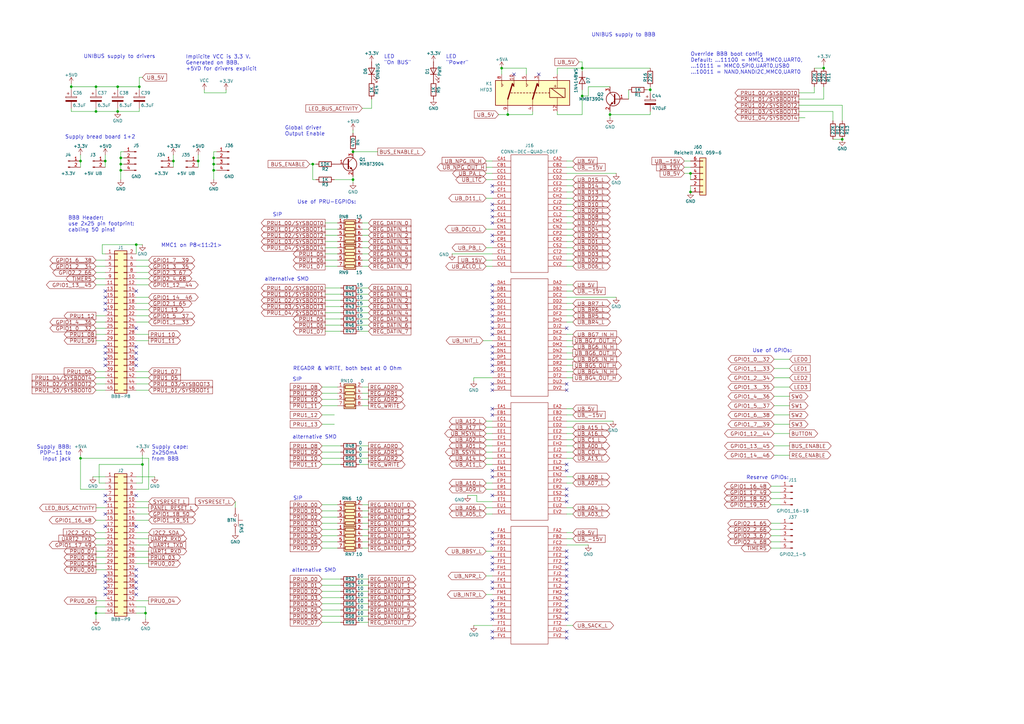
<source format=kicad_sch>
(kicad_sch (version 20231120) (generator "eeschema") (generator_version "8.0")
  (paper "A3")
  (junction (at 49.53 64.77))
  (junction (at 55.88 100.33))
  (junction (at 128.27 67.31))
  (junction (at 49.53 69.85))
  (junction (at 59.69 251.46))
  (junction (at 39.37 251.46))
  (junction (at 39.37 45.72))
  (junction (at 144.78 73.66))
  (junction (at 87.63 69.85))
  (junction (at 48.26 45.72))
  (junction (at 57.15 35.56))
  (junction (at 29.21 35.56))
  (junction (at 71.12 66.04))
  (junction (at 238.76 27.94))
  (junction (at 49.53 67.31))
  (junction (at 345.44 57.15))
  (junction (at 208.28 46.99))
  (junction (at 238.76 39.37))
  (junction (at 39.37 35.56))
  (junction (at 205.74 27.94))
  (junction (at 337.82 27.94))
  (junction (at 81.28 66.04))
  (junction (at 87.63 64.77))
  (junction (at 43.18 66.04))
  (junction (at 87.63 67.31))
  (junction (at 266.7 36.83))
  (junction (at 58.42 190.5))
  (junction (at 48.26 35.56))
  (junction (at 250.19 46.99))
  (junction (at 33.02 66.04))
  (junction (at 144.78 62.23))
  (junction (at 283.21 71.12))
  (junction (at 283.21 78.74))
  (junction (at 33.02 187.96))
  (no_connect (at 55.88 238.76))
  (no_connect (at 55.88 241.3))
  (no_connect (at 55.88 134.62))
  (no_connect (at 232.41 134.62))
  (no_connect (at 201.93 147.32))
  (no_connect (at 43.18 127))
  (no_connect (at 201.93 218.44))
  (no_connect (at 201.93 144.78))
  (no_connect (at 43.18 243.84))
  (no_connect (at 201.93 99.06))
  (no_connect (at 201.93 119.38))
  (no_connect (at 201.93 152.4))
  (no_connect (at 232.41 241.3))
  (no_connect (at 55.88 203.2))
  (no_connect (at 43.18 149.86))
  (no_connect (at 201.93 238.76))
  (no_connect (at 232.41 261.62))
  (no_connect (at 55.88 215.9))
  (no_connect (at 232.41 231.14))
  (no_connect (at 232.41 190.5))
  (no_connect (at 232.41 233.68))
  (no_connect (at 232.41 248.92))
  (no_connect (at 201.93 193.04))
  (no_connect (at 43.18 147.32))
  (no_connect (at 201.93 149.86))
  (no_connect (at 232.41 200.66))
  (no_connect (at 201.93 170.18))
  (no_connect (at 55.88 149.86))
  (no_connect (at 201.93 83.82))
  (no_connect (at 201.93 259.08))
  (no_connect (at 43.18 210.82))
  (no_connect (at 210.82 30.48))
  (no_connect (at 232.41 160.02))
  (no_connect (at 201.93 96.52))
  (no_connect (at 232.41 238.76))
  (no_connect (at 43.18 124.46))
  (no_connect (at 201.93 127))
  (no_connect (at 201.93 132.08))
  (no_connect (at 201.93 86.36))
  (no_connect (at 232.41 254))
  (no_connect (at 43.18 236.22))
  (no_connect (at 201.93 116.84))
  (no_connect (at 232.41 228.6))
  (no_connect (at 232.41 236.22))
  (no_connect (at 232.41 157.48))
  (no_connect (at 55.88 144.78))
  (no_connect (at 201.93 231.14))
  (no_connect (at 43.18 215.9))
  (no_connect (at 43.18 144.78))
  (no_connect (at 55.88 243.84))
  (no_connect (at 201.93 78.74))
  (no_connect (at 232.41 226.06))
  (no_connect (at 201.93 167.64))
  (no_connect (at 232.41 193.04))
  (no_connect (at 232.41 203.2))
  (no_connect (at 55.88 147.32))
  (no_connect (at 201.93 137.16))
  (no_connect (at 232.41 251.46))
  (no_connect (at 201.93 203.2))
  (no_connect (at 201.93 142.24))
  (no_connect (at 201.93 251.46))
  (no_connect (at 201.93 76.2))
  (no_connect (at 55.88 119.38))
  (no_connect (at 43.18 241.3))
  (no_connect (at 220.98 30.48))
  (no_connect (at 201.93 223.52))
  (no_connect (at 232.41 243.84))
  (no_connect (at 201.93 91.44))
  (no_connect (at 201.93 124.46))
  (no_connect (at 201.93 254))
  (no_connect (at 232.41 205.74))
  (no_connect (at 201.93 88.9))
  (no_connect (at 201.93 248.92))
  (no_connect (at 201.93 233.68))
  (no_connect (at 201.93 160.02))
  (no_connect (at 43.18 142.24))
  (no_connect (at 201.93 129.54))
  (no_connect (at 43.18 205.74))
  (no_connect (at 201.93 157.48))
  (no_connect (at 43.18 238.76))
  (no_connect (at 201.93 261.62))
  (no_connect (at 201.93 121.92))
  (no_connect (at 232.41 246.38))
  (no_connect (at 201.93 228.6))
  (no_connect (at 55.88 236.22))
  (no_connect (at 43.18 119.38))
  (no_connect (at 43.18 203.2))
  (no_connect (at 201.93 134.62))
  (no_connect (at 201.93 246.38))
  (no_connect (at 43.18 121.92))
  (no_connect (at 201.93 241.3))
  (no_connect (at 55.88 142.24))
  (no_connect (at 232.41 259.08))
  (no_connect (at 201.93 195.58))
  (no_connect (at 55.88 233.68))
  (no_connect (at 201.93 220.98))
  (wire (pts (xy 199.39 200.66) (xy 201.93 200.66)))
  (wire (pts (xy 327.66 43.18) (xy 345.44 43.18)))
  (wire (pts (xy 132.08 185.42) (xy 139.7 185.42)))
  (wire (pts (xy 60.96 132.08) (xy 55.88 132.08)))
  (wire (pts (xy 132.08 240.03) (xy 139.7 240.03)))
  (wire (pts (xy 199.39 177.8) (xy 201.93 177.8)))
  (wire (pts (xy 198.12 139.7) (xy 201.93 139.7)))
  (wire (pts (xy 81.28 66.04) (xy 81.28 68.58)))
  (wire (pts (xy 345.44 43.18) (xy 345.44 49.53)))
  (wire (pts (xy 33.02 63.5) (xy 33.02 66.04)))
  (wire (pts (xy 232.41 83.82) (xy 234.95 83.82)))
  (wire (pts (xy 132.08 252.73) (xy 139.7 252.73)))
  (wire (pts (xy 148.59 217.17) (xy 151.13 217.17)))
  (wire (pts (xy 39.37 152.4) (xy 43.18 152.4)))
  (wire (pts (xy 317.5 151.13) (xy 323.85 151.13)))
  (wire (pts (xy 39.37 228.6) (xy 43.18 228.6)))
  (wire (pts (xy 55.88 139.7) (xy 60.96 139.7)))
  (wire (pts (xy 49.53 64.77) (xy 50.8 64.77)))
  (wire (pts (xy 133.35 99.06) (xy 138.43 99.06)))
  (wire (pts (xy 43.18 116.84) (xy 39.37 116.84)))
  (wire (pts (xy 132.08 222.25) (xy 138.43 222.25)))
  (wire (pts (xy 60.96 111.76) (xy 55.88 111.76)))
  (wire (pts (xy 241.3 35.56) (xy 250.19 35.56)))
  (wire (pts (xy 201.93 256.54) (xy 194.31 256.54)))
  (wire (pts (xy 39.37 129.54) (xy 43.18 129.54)))
  (wire (pts (xy 48.26 45.72) (xy 48.26 44.45)))
  (wire (pts (xy 232.41 93.98) (xy 234.95 93.98)))
  (wire (pts (xy 57.15 31.75) (xy 57.15 35.56)))
  (wire (pts (xy 199.39 73.66) (xy 201.93 73.66)))
  (wire (pts (xy 147.32 237.49) (xy 151.13 237.49)))
  (wire (pts (xy 33.02 186.69) (xy 33.02 187.96)))
  (wire (pts (xy 327.66 45.72) (xy 341.63 45.72)))
  (wire (pts (xy 43.18 104.14) (xy 41.91 104.14)))
  (wire (pts (xy 92.71 38.1) (xy 83.82 38.1)))
  (wire (pts (xy 345.44 57.15) (xy 341.63 57.15)))
  (wire (pts (xy 148.59 106.68) (xy 151.13 106.68)))
  (wire (pts (xy 147.32 242.57) (xy 151.13 242.57)))
  (wire (pts (xy 205.74 27.94) (xy 205.74 30.48)))
  (wire (pts (xy 232.41 208.28) (xy 234.95 208.28)))
  (wire (pts (xy 39.37 137.16) (xy 43.18 137.16)))
  (wire (pts (xy 133.35 118.11) (xy 139.7 118.11)))
  (wire (pts (xy 87.63 67.31) (xy 87.63 69.85)))
  (wire (pts (xy 38.1 195.58) (xy 43.18 195.58)))
  (wire (pts (xy 199.39 182.88) (xy 201.93 182.88)))
  (wire (pts (xy 132.08 217.17) (xy 138.43 217.17)))
  (wire (pts (xy 232.41 220.98) (xy 234.95 220.98)))
  (wire (pts (xy 55.88 231.14) (xy 60.96 231.14)))
  (wire (pts (xy 199.39 208.28) (xy 201.93 208.28)))
  (wire (pts (xy 87.63 67.31) (xy 88.9 67.31)))
  (wire (pts (xy 232.41 182.88) (xy 234.95 182.88)))
  (wire (pts (xy 128.27 67.31) (xy 129.54 67.31)))
  (wire (pts (xy 199.39 226.06) (xy 201.93 226.06)))
  (wire (pts (xy 337.82 27.94) (xy 337.82 26.67)))
  (wire (pts (xy 39.37 231.14) (xy 43.18 231.14)))
  (wire (pts (xy 132.08 224.79) (xy 138.43 224.79)))
  (wire (pts (xy 148.59 214.63) (xy 151.13 214.63)))
  (wire (pts (xy 132.08 245.11) (xy 139.7 245.11)))
  (wire (pts (xy 55.88 106.68) (xy 60.96 106.68)))
  (wire (pts (xy 152.4 40.64) (xy 152.4 44.45)))
  (wire (pts (xy 148.59 99.06) (xy 151.13 99.06)))
  (wire (pts (xy 139.7 182.88) (xy 132.08 182.88)))
  (wire (pts (xy 132.08 187.96) (xy 139.7 187.96)))
  (wire (pts (xy 87.63 69.85) (xy 87.63 73.66)))
  (wire (pts (xy 148.59 158.75) (xy 151.13 158.75)))
  (wire (pts (xy 250.19 46.99) (xy 266.7 46.99)))
  (wire (pts (xy 199.39 185.42) (xy 201.93 185.42)))
  (wire (pts (xy 152.4 44.45) (xy 148.59 44.45)))
  (wire (pts (xy 55.88 127) (xy 60.96 127)))
  (wire (pts (xy 232.41 170.18) (xy 234.95 170.18)))
  (wire (pts (xy 29.21 34.29) (xy 29.21 35.56)))
  (wire (pts (xy 250.19 45.72) (xy 250.19 46.99)))
  (wire (pts (xy 39.37 45.72) (xy 48.26 45.72)))
  (wire (pts (xy 39.37 233.68) (xy 43.18 233.68)))
  (wire (pts (xy 238.76 39.37) (xy 238.76 46.99)))
  (wire (pts (xy 147.32 182.88) (xy 151.13 182.88)))
  (wire (pts (xy 232.41 175.26) (xy 234.95 175.26)))
  (wire (pts (xy 241.3 39.37) (xy 238.76 39.37)))
  (wire (pts (xy 39.37 35.56) (xy 48.26 35.56)))
  (wire (pts (xy 201.93 104.14) (xy 185.42 104.14)))
  (wire (pts (xy 147.32 125.73) (xy 151.13 125.73)))
  (wire (pts (xy 49.53 69.85) (xy 50.8 69.85)))
  (wire (pts (xy 232.41 129.54) (xy 234.95 129.54)))
  (wire (pts (xy 232.41 167.64) (xy 234.95 167.64)))
  (wire (pts (xy 148.59 96.52) (xy 151.13 96.52)))
  (wire (pts (xy 60.96 124.46) (xy 55.88 124.46)))
  (wire (pts (xy 148.59 209.55) (xy 151.13 209.55)))
  (wire (pts (xy 232.41 91.44) (xy 234.95 91.44)))
  (wire (pts (xy 55.88 154.94) (xy 60.96 154.94)))
  (wire (pts (xy 132.08 219.71) (xy 138.43 219.71)))
  (wire (pts (xy 147.32 135.89) (xy 151.13 135.89)))
  (wire (pts (xy 144.78 54.61) (xy 144.78 53.34)))
  (wire (pts (xy 60.96 210.82) (xy 55.88 210.82)))
  (wire (pts (xy 327.66 48.26) (xy 330.2 48.26)))
  (wire (pts (xy 228.6 27.94) (xy 238.76 27.94)))
  (wire (pts (xy 55.88 109.22) (xy 60.96 109.22)))
  (wire (pts (xy 87.63 62.23) (xy 88.9 62.23)))
  (wire (pts (xy 49.53 67.31) (xy 50.8 67.31)))
  (wire (pts (xy 199.39 243.84) (xy 201.93 243.84)))
  (wire (pts (xy 199.39 93.98) (xy 201.93 93.98)))
  (wire (pts (xy 43.18 63.5) (xy 43.18 66.04)))
  (wire (pts (xy 266.7 46.99) (xy 266.7 45.72)))
  (wire (pts (xy 232.41 99.06) (xy 234.95 99.06)))
  (wire (pts (xy 232.41 109.22) (xy 234.95 109.22)))
  (wire (pts (xy 148.59 109.22) (xy 151.13 109.22)))
  (wire (pts (xy 199.39 187.96) (xy 201.93 187.96)))
  (wire (pts (xy 320.04 217.17) (xy 316.23 217.17)))
  (wire (pts (xy 238.76 29.21) (xy 238.76 27.94)))
  (wire (pts (xy 132.08 237.49) (xy 139.7 237.49)))
  (wire (pts (xy 199.39 66.04) (xy 201.93 66.04)))
  (wire (pts (xy 33.02 66.04) (xy 33.02 68.58)))
  (wire (pts (xy 59.69 251.46) (xy 55.88 251.46)))
  (wire (pts (xy 317.5 166.37) (xy 323.85 166.37)))
  (wire (pts (xy 337.82 40.64) (xy 337.82 35.56)))
  (wire (pts (xy 33.02 187.96) (xy 60.96 187.96)))
  (wire (pts (xy 320.04 207.01) (xy 316.23 207.01)))
  (wire (pts (xy 199.39 71.12) (xy 201.93 71.12)))
  (wire (pts (xy 232.41 185.42) (xy 234.95 185.42)))
  (wire (pts (xy 43.18 66.04) (xy 43.18 68.58)))
  (wire (pts (xy 320.04 214.63) (xy 316.23 214.63)))
  (wire (pts (xy 148.59 166.37) (xy 151.13 166.37)))
  (wire (pts (xy 199.39 175.26) (xy 201.93 175.26)))
  (wire (pts (xy 137.16 73.66) (xy 144.78 73.66)))
  (wire (pts (xy 147.32 128.27) (xy 151.13 128.27)))
  (wire (pts (xy 39.37 251.46) (xy 39.37 254)))
  (wire (pts (xy 55.88 220.98) (xy 60.96 220.98)))
  (wire (pts (xy 151.13 161.29) (xy 148.59 161.29)))
  (wire (pts (xy 60.96 116.84) (xy 55.88 116.84)))
  (wire (pts (xy 232.41 78.74) (xy 234.95 78.74)))
  (wire (pts (xy 148.59 91.44) (xy 151.13 91.44)))
  (wire (pts (xy 148.59 212.09) (xy 151.13 212.09)))
  (wire (pts (xy 39.37 248.92) (xy 43.18 248.92)))
  (wire (pts (xy 41.91 100.33) (xy 55.88 100.33)))
  (wire (pts (xy 43.18 198.12) (xy 40.64 198.12)))
  (wire (pts (xy 199.39 81.28) (xy 201.93 81.28)))
  (wire (pts (xy 43.18 208.28) (xy 39.37 208.28)))
  (wire (pts (xy 132.08 190.5) (xy 139.7 190.5)))
  (wire (pts (xy 133.35 125.73) (xy 139.7 125.73)))
  (wire (pts (xy 232.41 116.84) (xy 234.95 116.84)))
  (wire (pts (xy 327.66 38.1) (xy 334.01 38.1)))
  (wire (pts (xy 147.32 250.19) (xy 151.13 250.19)))
  (wire (pts (xy 228.6 45.72) (xy 228.6 46.99)))
  (wire (pts (xy 128.27 73.66) (xy 128.27 67.31)))
  (wire (pts (xy 199.39 198.12) (xy 201.93 198.12)))
  (wire (pts (xy 132.08 207.01) (xy 138.43 207.01)))
  (wire (pts (xy 199.39 190.5) (xy 201.93 190.5)))
  (wire (pts (xy 147.32 130.81) (xy 151.13 130.81)))
  (wire (pts (xy 39.37 157.48) (xy 43.18 157.48)))
  (wire (pts (xy 138.43 158.75) (xy 132.08 158.75)))
  (wire (pts (xy 133.35 101.6) (xy 138.43 101.6)))
  (wire (pts (xy 39.37 35.56) (xy 39.37 36.83)))
  (wire (pts (xy 43.18 251.46) (xy 39.37 251.46)))
  (wire (pts (xy 317.5 162.56) (xy 323.85 162.56)))
  (wire (pts (xy 29.21 35.56) (xy 39.37 35.56)))
  (wire (pts (xy 144.78 73.66) (xy 144.78 74.93)))
  (wire (pts (xy 218.44 46.99) (xy 218.44 45.72)))
  (wire (pts (xy 40.64 190.5) (xy 58.42 190.5)))
  (wire (pts (xy 317.5 177.8) (xy 323.85 177.8)))
  (wire (pts (xy 147.32 133.35) (xy 151.13 133.35)))
  (wire (pts (xy 232.41 86.36) (xy 234.95 86.36)))
  (wire (pts (xy 148.59 101.6) (xy 151.13 101.6)))
  (wire (pts (xy 232.41 73.66) (xy 234.95 73.66)))
  (wire (pts (xy 133.35 96.52) (xy 138.43 96.52)))
  (wire (pts (xy 55.88 226.06) (xy 60.96 226.06)))
  (wire (pts (xy 132.08 173.99) (xy 137.16 173.99)))
  (wire (pts (xy 43.18 132.08) (xy 39.37 132.08)))
  (wire (pts (xy 133.35 133.35) (xy 139.7 133.35)))
  (wire (pts (xy 39.37 109.22) (xy 43.18 109.22)))
  (wire (pts (xy 320.04 224.79) (xy 316.23 224.79)))
  (wire (pts (xy 280.67 66.04) (xy 283.21 66.04)))
  (wire (pts (xy 39.37 226.06) (xy 43.18 226.06)))
  (wire (pts (xy 133.35 130.81) (xy 139.7 130.81)))
  (wire (pts (xy 317.5 158.75) (xy 323.85 158.75)))
  (wire (pts (xy 81.28 63.5) (xy 81.28 66.04)))
  (wire (pts (xy 58.42 198.12) (xy 55.88 198.12)))
  (wire (pts (xy 147.32 190.5) (xy 151.13 190.5)))
  (wire (pts (xy 55.88 200.66) (xy 60.96 200.66)))
  (wire (pts (xy 55.88 208.28) (xy 60.96 208.28)))
  (wire (pts (xy 232.41 139.7) (xy 234.95 139.7)))
  (wire (pts (xy 132.08 255.27) (xy 139.7 255.27)))
  (wire (pts (xy 194.31 154.94) (xy 194.31 156.21)))
  (wire (pts (xy 317.5 173.99) (xy 323.85 173.99)))
  (wire (pts (xy 43.18 160.02) (xy 39.37 160.02)))
  (wire (pts (xy 129.54 73.66) (xy 128.27 73.66)))
  (wire (pts (xy 320.04 201.93) (xy 316.23 201.93)))
  (wire (pts (xy 48.26 45.72) (xy 57.15 45.72)))
  (wire (pts (xy 199.39 68.58) (xy 201.93 68.58)))
  (wire (pts (xy 147.32 255.27) (xy 151.13 255.27)))
  (wire (pts (xy 55.88 160.02) (xy 60.96 160.02)))
  (wire (pts (xy 57.15 45.72) (xy 57.15 44.45)))
  (wire (pts (xy 204.47 46.99) (xy 208.28 46.99)))
  (wire (pts (xy 232.41 124.46) (xy 234.95 124.46)))
  (wire (pts (xy 232.41 256.54) (xy 234.95 256.54)))
  (wire (pts (xy 341.63 45.72) (xy 341.63 49.53)))
  (wire (pts (xy 148.59 224.79) (xy 151.13 224.79)))
  (wire (pts (xy 29.21 44.45) (xy 29.21 45.72)))
  (wire (pts (xy 55.88 100.33) (xy 55.88 104.14)))
  (wire (pts (xy 317.5 186.69) (xy 323.85 186.69)))
  (wire (pts (xy 232.41 119.38) (xy 234.95 119.38)))
  (wire (pts (xy 147.32 247.65) (xy 151.13 247.65)))
  (wire (pts (xy 148.59 219.71) (xy 151.13 219.71)))
  (wire (pts (xy 238.76 27.94) (xy 266.7 27.94)))
  (wire (pts (xy 59.69 248.92) (xy 59.69 251.46)))
  (wire (pts (xy 144.78 62.23) (xy 154.94 62.23)))
  (wire (pts (xy 87.63 64.77) (xy 87.63 67.31)))
  (wire (pts (xy 201.93 154.94) (xy 194.31 154.94)))
  (wire (pts (xy 55.88 121.92) (xy 60.96 121.92)))
  (wire (pts (xy 208.28 45.72) (xy 208.28 46.99)))
  (wire (pts (xy 241.3 35.56) (xy 241.3 39.37)))
  (wire (pts (xy 55.88 205.74) (xy 60.96 205.74)))
  (wire (pts (xy 49.53 67.31) (xy 49.53 69.85)))
  (wire (pts (xy 266.7 35.56) (xy 266.7 36.83)))
  (wire (pts (xy 43.18 114.3) (xy 39.37 114.3)))
  (wire (pts (xy 49.53 62.23) (xy 50.8 62.23)))
  (wire (pts (xy 232.41 81.28) (xy 234.95 81.28)))
  (wire (pts (xy 132.08 209.55) (xy 138.43 209.55)))
  (wire (pts (xy 144.78 72.39) (xy 144.78 73.66)))
  (wire (pts (xy 41.91 104.14) (xy 41.91 100.33)))
  (wire (pts (xy 132.08 250.19) (xy 139.7 250.19)))
  (wire (pts (xy 147.32 187.96) (xy 151.13 187.96)))
  (wire (pts (xy 58.42 186.69) (xy 58.42 190.5)))
  (wire (pts (xy 60.96 157.48) (xy 55.88 157.48)))
  (wire (pts (xy 39.37 220.98) (xy 43.18 220.98)))
  (wire (pts (xy 232.41 127) (xy 234.95 127)))
  (wire (pts (xy 55.88 137.16) (xy 60.96 137.16)))
  (wire (pts (xy 148.59 222.25) (xy 151.13 222.25)))
  (wire (pts (xy 215.9 30.48) (xy 215.9 27.94)))
  (wire (pts (xy 58.42 31.75) (xy 57.15 31.75)))
  (wire (pts (xy 39.37 134.62) (xy 43.18 134.62)))
  (wire (pts (xy 208.28 46.99) (xy 218.44 46.99)))
  (wire (pts (xy 283.21 73.66) (xy 283.21 71.12)))
  (wire (pts (xy 147.32 252.73) (xy 151.13 252.73)))
  (wire (pts (xy 265.43 36.83) (xy 266.7 36.83)))
  (wire (pts (xy 199.39 180.34) (xy 201.93 180.34)))
  (wire (pts (xy 33.02 200.66) (xy 43.18 200.66)))
  (wire (pts (xy 199.39 101.6) (xy 201.93 101.6)))
  (wire (pts (xy 39.37 45.72) (xy 39.37 44.45)))
  (wire (pts (xy 58.42 190.5) (xy 58.42 198.12)))
  (wire (pts (xy 133.35 109.22) (xy 138.43 109.22)))
  (wire (pts (xy 199.39 172.72) (xy 201.93 172.72)))
  (wire (pts (xy 148.59 207.01) (xy 151.13 207.01)))
  (wire (pts (xy 237.49 25.4) (xy 238.76 25.4)))
  (wire (pts (xy 232.41 106.68) (xy 234.95 106.68)))
  (wire (pts (xy 232.41 154.94) (xy 234.95 154.94)))
  (wire (pts (xy 283.21 68.58) (xy 280.67 68.58)))
  (wire (pts (xy 57.15 35.56) (xy 57.15 36.83)))
  (wire (pts (xy 320.04 204.47) (xy 316.23 204.47)))
  (wire (pts (xy 232.41 147.32) (xy 234.95 147.32)))
  (wire (pts (xy 132.08 163.83) (xy 138.43 163.83)))
  (wire (pts (xy 232.41 76.2) (xy 234.95 76.2)))
  (wire (pts (xy 232.41 121.92) (xy 252.73 121.92)))
  (wire (pts (xy 60.96 223.52) (xy 55.88 223.52)))
  (wire (pts (xy 151.13 185.42) (xy 147.32 185.42)))
  (wire (pts (xy 96.52 205.74) (xy 96.52 208.28)))
  (wire (pts (xy 55.88 228.6) (xy 60.96 228.6)))
  (wire (pts (xy 317.5 182.88) (xy 323.85 182.88)))
  (wire (pts (xy 257.81 40.64) (xy 257.81 36.83)))
  (wire (pts (xy 92.71 36.83) (xy 92.71 38.1)))
  (wire (pts (xy 132.08 242.57) (xy 139.7 242.57)))
  (wire (pts (xy 147.32 120.65) (xy 151.13 120.65)))
  (wire (pts (xy 232.41 152.4) (xy 234.95 152.4)))
  (wire (pts (xy 238.76 25.4) (xy 238.76 27.94)))
  (wire (pts (xy 132.08 166.37) (xy 138.43 166.37)))
  (wire (pts (xy 241.3 223.52) (xy 232.41 223.52)))
  (wire (pts (xy 60.96 187.96) (xy 60.96 200.66)))
  (wire (pts (xy 232.41 177.8) (xy 234.95 177.8)))
  (wire (pts (xy 39.37 248.92) (xy 39.37 251.46)))
  (wire (pts (xy 232.41 149.86) (xy 234.95 149.86)))
  (wire (pts (xy 133.35 106.68) (xy 138.43 106.68)))
  (wire (pts (xy 232.41 137.16) (xy 234.95 137.16)))
  (wire (pts (xy 87.63 62.23) (xy 87.63 64.77)))
  (wire (pts (xy 205.74 27.94) (xy 215.9 27.94)))
  (wire (pts (xy 232.41 142.24) (xy 234.95 142.24)))
  (wire (pts (xy 195.58 205.74) (xy 201.93 205.74)))
  (wire (pts (xy 148.59 104.14) (xy 151.13 104.14)))
  (wire (pts (xy 59.69 251.46) (xy 59.69 254)))
  (wire (pts (xy 133.35 93.98) (xy 138.43 93.98)))
  (wire (pts (xy 317.5 154.94) (xy 323.85 154.94)))
  (wire (pts (xy 234.95 210.82) (xy 232.41 210.82)))
  (wire (pts (xy 232.41 195.58) (xy 234.95 195.58)))
  (wire (pts (xy 320.04 222.25) (xy 316.23 222.25)))
  (wire (pts (xy 266.7 36.83) (xy 266.7 38.1)))
  (wire (pts (xy 60.96 114.3) (xy 55.88 114.3)))
  (wire (pts (xy 334.01 27.94) (xy 337.82 27.94)))
  (wire (pts (xy 199.39 236.22) (xy 201.93 236.22)))
  (wire (pts (xy 317.5 170.18) (xy 323.85 170.18)))
  (wire (pts (xy 148.59 163.83) (xy 151.13 163.83)))
  (wire (pts (xy 238.76 36.83) (xy 238.76 39.37)))
  (wire (pts (xy 49.53 64.77) (xy 49.53 67.31)))
  (wire (pts (xy 55.88 246.38) (xy 60.96 246.38)))
  (wire (pts (xy 147.32 245.11) (xy 151.13 245.11)))
  (wire (pts (xy 71.12 66.04) (xy 71.12 68.58)))
  (wire (pts (xy 199.39 106.68) (xy 201.93 106.68)))
  (wire (pts (xy 147.32 240.03) (xy 151.13 240.03)))
  (wire (pts (xy 71.12 63.5) (xy 71.12 66.04)))
  (wire (pts (xy 48.26 35.56) (xy 48.26 36.83)))
  (wire (pts (xy 133.35 91.44) (xy 138.43 91.44)))
  (wire (pts (xy 148.59 93.98) (xy 151.13 93.98)))
  (wire (pts (xy 283.21 76.2) (xy 283.21 78.74)))
  (wire (pts (xy 199.39 210.82) (xy 201.93 210.82)))
  (wire (pts (xy 43.18 111.76) (xy 39.37 111.76)))
  (wire (pts (xy 232.41 104.14) (xy 234.95 104.14)))
  (wire (pts (xy 55.88 100.33) (xy 58.42 100.33)))
  (wire (pts (xy 39.37 213.36) (xy 43.18 213.36)))
  (wire (pts (xy 39.37 139.7) (xy 43.18 139.7)))
  (wire (pts (xy 83.82 38.1) (xy 83.82 36.83)))
  (wire (pts (xy 147.32 118.11) (xy 151.13 118.11)))
  (wire (pts (xy 33.02 187.96) (xy 33.02 200.66)))
  (wire (pts (xy 55.88 195.58) (xy 63.5 195.58)))
  (wire (pts (xy 59.69 248.92) (xy 55.88 248.92)))
  (wire (pts (xy 87.63 64.77) (xy 88.9 64.77)))
  (wire (pts (xy 132.08 161.29) (xy 138.43 161.29)))
  (wire (pts (xy 132.08 247.65) (xy 139.7 247.65)))
  (wire (pts (xy 39.37 106.68) (xy 43.18 106.68)))
  (wire (pts (xy 232.41 198.12) (xy 234.95 198.12)))
  (wire (pts (xy 250.19 46.99) (xy 250.19 48.26)))
  (wire (pts (xy 48.26 35.56) (xy 57.15 35.56)))
  (wire (pts (xy 232.41 68.58) (xy 234.95 68.58)))
  (wire (pts (xy 55.88 152.4) (xy 60.96 152.4)))
  (wire (pts (xy 191.77 203.2) (xy 195.58 203.2)))
  (wire (pts (xy 29.21 45.72) (xy 39.37 45.72)))
  (wire (pts (xy 228.6 27.94) (xy 228.6 30.48)))
  (wire (pts (xy 238.76 46.99) (xy 228.6 46.99)))
  (wire (pts (xy 127 67.31) (xy 128.27 67.31)))
  (wire (pts (xy 39.37 223.52) (xy 43.18 223.52)))
  (wire (pts (xy 132.08 170.18) (xy 137.16 170.18)))
  (wire (pts (xy 320.04 199.39) (xy 316.23 199.39)))
  (wire (pts (xy 232.41 144.78) (xy 234.95 144.78)))
  (wire (pts (xy 232.41 71.12) (xy 252.73 71.12)))
  (wire (pts (xy 43.18 154.94) (xy 39.37 154.94)))
  (wire (pts (xy 133.35 128.27) (xy 139.7 128.27)))
  (wire (pts (xy 133.35 123.19) (xy 139.7 123.19)))
  (wire (pts (xy 43.18 218.44) (xy 39.37 218.44)))
  (wire (pts (xy 55.88 129.54) (xy 60.96 129.54)))
  (wire (pts (xy 133.35 120.65) (xy 139.7 120.65)))
  (wire (pts (xy 132.08 212.09) (xy 138.43 212.09)))
  (wire (pts (xy 320.04 219.71) (xy 316.23 219.71)))
  (wire (pts (xy 133.35 104.14) (xy 138.43 104.14)))
  (wire (pts (xy 195.58 203.2) (xy 195.58 205.74)))
  (wire (pts (xy 232.41 180.34) (xy 234.95 180.34)))
  (wire (pts (xy 29.21 35.56) (xy 29.21 36.83)))
  (wire (pts (xy 147.32 123.19) (xy 151.13 123.19)))
  (wire (pts (xy 232.41 187.96) (xy 234.95 187.96)))
  (wire (pts (xy 133.35 135.89) (xy 139.7 135.89)))
  (wire (pts (xy 280.67 71.12) (xy 283.21 71.12)))
  (wire (pts (xy 327.66 40.64) (xy 337.82 40.64)))
  (wire (pts (xy 49.53 69.85) (xy 49.53 73.66)))
  (wire (pts (xy 40.64 198.12) (xy 40.64 190.5)))
  (wire (pts (xy 232.41 96.52) (xy 234.95 96.52)))
  (wire (pts (xy 232.41 132.08) (xy 234.95 132.08)))
  (wire (pts (xy 39.37 246.38) (xy 43.18 246.38)))
  (wire (pts (xy 317.5 147.32) (xy 323.85 147.32)))
  (wire (pts (xy 232.41 218.44) (xy 234.95 218.44)))
  (wire (pts (xy 199.39 109.22) (xy 201.93 109.22)))
  (wire (pts (xy 334.01 38.1) (xy 334.01 35.56)))
  (wire (pts (xy 232.41 88.9) (xy 234.95 88.9)))
  (wire (pts (xy 232.41 101.6) (xy 234.95 101.6)))
  (wire (pts (xy 132.08 214.63) (xy 138.43 214.63)))
  (wire (pts (xy 49.53 62.23) (xy 49.53 64.77)))
  (wire (pts (xy 60.96 213.36) (xy 55.88 213.36)))
  (wire (pts (xy 232.41 66.04) (xy 234.95 66.04)))
  (wire (pts (xy 87.63 69.85) (xy 88.9 69.85)))
  (wire (pts (xy 60.96 218.44) (xy 55.88 218.44)))
  (wire (pts (xy 251.46 172.72) (xy 232.41 172.72)))
  (text "alternative SMD" (at 117.602 114.554 0) (effects (font (size 1.524 1.524))))
  (text "Global driver \nOutput Enable" (at 116.84 55.88 0) (effects (font (size 1.524 1.524)) (justify left bottom)))
  (text "MMC1 on P8<11:21>" (at 66.04 101.6 0) (effects (font (size 1.524 1.524)) (justify left bottom)))
  (text "UNIBUS supply to drivers" (at 34.29 24.13 0) (effects (font (size 1.524 1.524)) (justify left bottom)))
  (text "REGADR & WRITE, both best at 0 Ohm" (at 120.142 152.146 0) (effects (font (size 1.524 1.524)) (justify left bottom)))
  (text "Reserve GPIOs:" (at 306.07 196.85 0) (effects (font (size 1.524 1.524)) (justify left bottom)))
  (text "Override BBB boot config \nDefault: ...11100 = MMC1,MMC0,UART0,\n...10111 = MMC0,SPI0,UART0,USB0\n...10011 = NAND,NANDI2C,MMC0,UART0\n\n" (at 283.21 33.02 0) (effects (font (size 1.524 1.524)) (justify left bottom)))
  (text "SIP" (at 121.92 155.702 0) (effects (font (size 1.524 1.524))))
  (text "SIP" (at 113.792 88.138 0) (effects (font (size 1.524 1.524))))
  (text "UNIBUS supply to BBB" (at 242.57 15.24 0) (effects (font (size 1.524 1.524)) (justify left bottom)))
  (text "alternative SMD" (at 128.778 233.934 0) (effects (font (size 1.524 1.524))))
  (text "SIP" (at 122.174 204.47 0) (effects (font (size 1.524 1.524))))
  (text "Implicite VCC is 3.3 V.\nGenerated on BBB.\n+5VD for drivers explicit" (at 76.2 29.21 0) (effects (font (size 1.524 1.524)) (justify left bottom)))
  (text "alternative SMD" (at 129.032 179.324 0) (effects (font (size 1.524 1.524))))
  (text "Supply bread board 1+2" (at 26.67 57.15 0) (effects (font (size 1.524 1.524)) (justify left bottom)))
  (text "Supply cape:\n2x250mA\nfrom BBB" (at 62.23 189.23 0) (effects (font (size 1.524 1.524)) (justify left bottom)))
  (text "LED\n\"On BUS\"" (at 157.48 26.67 0) (effects (font (size 1.524 1.524)) (justify left bottom)))
  (text "BBB Header: \nuse 2x25 pin footprint:\ncabling 50 pins!" (at 27.94 95.25 0) (effects (font (size 1.524 1.524)) (justify left bottom)))
  (text "Supply BBB:\nPDP-11 to\ninput jack" (at 29.21 189.23 0) (effects (font (size 1.524 1.524)) (justify right bottom)))
  (text "LED\n\"Power\"" (at 182.88 26.67 0) (effects (font (size 1.524 1.524)) (justify left bottom)))
  (text "Use of PRU-EGPIOs:" (at 121.92 83.82 0) (effects (font (size 1.524 1.524)) (justify left bottom)))
  (text "Use of GPIOs:" (at 308.61 144.78 0) (effects (font (size 1.524 1.524)) (justify left bottom)))
  (global_label "GPIO2_2_66" (shape bidirectional) (at 316.23 217.17 180) (effects (font (size 1.524 1.524))) (property "Intersheetrefs" "${INTERSHEET_REFS}" (effects (hide yes))))
  (global_label "UB_15V" (shape input) (at 280.67 68.58 180) (effects (font (size 1.524 1.524))) (property "Intersheetrefs" "${INTERSHEET_REFS}" (effects (hide yes))))
  (global_label "REG_DATOUT_0" (shape output) (at 151.13 207.01 0) (effects (font (size 1.524 1.524))) (property "Intersheetrefs" "${INTERSHEET_REFS}" (effects (hide yes))))
  (global_label "UB_5V" (shape input) (at 237.49 25.4 180) (effects (font (size 1.524 1.524))) (property "Intersheetrefs" "${INTERSHEET_REFS}" (effects (hide yes))))
  (global_label "GPIO1_12__44" (shape bidirectional) (at 60.96 116.84 0) (effects (font (size 1.524 1.524))) (property "Intersheetrefs" "${INTERSHEET_REFS}" (effects (hide yes))))
  (global_label "UB_D04_L" (shape bidirectional) (at 234.95 93.98 0) (effects (font (size 1.524 1.524))) (property "Intersheetrefs" "${INTERSHEET_REFS}" (effects (hide yes))))
  (global_label "GPIO1_7__39" (shape bidirectional) (at 60.96 106.68 0) (effects (font (size 1.524 1.524))) (property "Intersheetrefs" "${INTERSHEET_REFS}" (effects (hide yes))))
  (global_label "REG_DATIN_7" (shape input) (at 151.13 109.22 0) (effects (font (size 1.524 1.524))) (property "Intersheetrefs" "${INTERSHEET_REFS}" (effects (hide yes))))
  (global_label "REG_DATIN_1" (shape input) (at 151.13 93.98 0) (effects (font (size 1.524 1.524))) (property "Intersheetrefs" "${INTERSHEET_REFS}" (effects (hide yes))))
  (global_label "UB_D02_L" (shape bidirectional) (at 234.95 106.68 0) (effects (font (size 1.524 1.524))) (property "Intersheetrefs" "${INTERSHEET_REFS}" (effects (hide yes))))
  (global_label "UB_A02_L" (shape bidirectional) (at 199.39 180.34 180) (effects (font (size 1.524 1.524))) (property "Intersheetrefs" "${INTERSHEET_REFS}" (effects (hide yes))))
  (global_label "GPIO1_19_51" (shape bidirectional) (at 316.23 207.01 180) (effects (font (size 1.524 1.524))) (property "Intersheetrefs" "${INTERSHEET_REFS}" (effects (hide yes))))
  (global_label "PRU1_01/SYSBOOT1" (shape output) (at 133.35 93.98 180) (effects (font (size 1.524 1.524))) (property "Intersheetrefs" "${INTERSHEET_REFS}" (effects (hide yes))))
  (global_label "REG_DATOUT_3" (shape output) (at 151.13 245.11 0) (effects (font (size 1.524 1.524))) (property "Intersheetrefs" "${INTERSHEET_REFS}" (effects (hide yes))))
  (global_label "PRU0_01" (shape input) (at 132.08 240.03 180) (effects (font (size 1.524 1.524))) (property "Intersheetrefs" "${INTERSHEET_REFS}" (effects (hide yes))))
  (global_label "PRU1_02/SYSBOOT2" (shape output) (at 133.35 123.19 180) (effects (font (size 1.524 1.524))) (property "Intersheetrefs" "${INTERSHEET_REFS}" (effects (hide yes))))
  (global_label "UB_BG7_OUT_H" (shape output) (at 234.95 139.7 0) (effects (font (size 1.524 1.524))) (property "Intersheetrefs" "${INTERSHEET_REFS}" (effects (hide yes))))
  (global_label "PRU1_00/SYSBOOT0" (shape output) (at 133.35 91.44 180) (effects (font (size 1.524 1.524))) (property "Intersheetrefs" "${INTERSHEET_REFS}" (effects (hide yes))))
  (global_label "PRU1_08" (shape input) (at 132.08 158.75 180) (effects (font (size 1.524 1.524))) (property "Intersheetrefs" "${INTERSHEET_REFS}" (effects (hide yes))))
  (global_label "PRU1_00/SYSBOOT0" (shape output) (at 327.66 38.1 180) (effects (font (size 1.524 1.524))) (property "Intersheetrefs" "${INTERSHEET_REFS}" (effects (hide yes))))
  (global_label "PRU1_08" (shape output) (at 39.37 137.16 180) (effects (font (size 1.524 1.524))) (property "Intersheetrefs" "${INTERSHEET_REFS}" (effects (hide yes))))
  (global_label "UB_A04_L" (shape bidirectional) (at 234.95 208.28 0) (effects (font (size 1.524 1.524))) (property "Intersheetrefs" "${INTERSHEET_REFS}" (effects (hide yes))))
  (global_label "REG_DATIN_7" (shape input) (at 151.13 135.89 0) (effects (font (size 1.524 1.524))) (property "Intersheetrefs" "${INTERSHEET_REFS}" (effects (hide yes))))
  (global_label "GPIO1_6__38" (shape bidirectional) (at 317.5 170.18 180) (effects (font (size 1.524 1.524))) (property "Intersheetrefs" "${INTERSHEET_REFS}" (effects (hide yes))))
  (global_label "REG_DATOUT_6" (shape output) (at 151.13 252.73 0) (effects (font (size 1.524 1.524))) (property "Intersheetrefs" "${INTERSHEET_REFS}" (effects (hide yes))))
  (global_label "PRU1_01/SYSBOOT1" (shape input) (at 60.96 160.02 0) (effects (font (size 1.524 1.524))) (property "Intersheetrefs" "${INTERSHEET_REFS}" (effects (hide yes))))
  (global_label "UB_BR7_L" (shape bidirectional) (at 234.95 124.46 0) (effects (font (size 1.524 1.524))) (property "Intersheetrefs" "${INTERSHEET_REFS}" (effects (hide yes))))
  (global_label "GPIO2_2_66" (shape bidirectional) (at 39.37 111.76 180) (effects (font (size 1.524 1.524))) (property "Intersheetrefs" "${INTERSHEET_REFS}" (effects (hide yes))))
  (global_label "PRU0_05" (shape input) (at 132.08 250.19 180) (effects (font (size 1.524 1.524))) (property "Intersheetrefs" "${INTERSHEET_REFS}" (effects (hide yes))))
  (global_label "PRU0_04" (shape input) (at 132.08 247.65 180) (effects (font (size 1.524 1.524))) (property "Intersheetrefs" "${INTERSHEET_REFS}" (effects (hide yes))))
  (global_label "UART2_RXD" (shape output) (at 60.96 220.98 0) (effects (font (size 1.524 1.524))) (property "Intersheetrefs" "${INTERSHEET_REFS}" (effects (hide yes))))
  (global_label "UB_A09_L" (shape bidirectional) (at 199.39 200.66 180) (effects (font (size 1.524 1.524))) (property "Intersheetrefs" "${INTERSHEET_REFS}" (effects (hide yes))))
  (global_label "LED3" (shape input) (at 323.85 158.75 0) (effects (font (size 1.524 1.524))) (property "Intersheetrefs" "${INTERSHEET_REFS}" (effects (hide yes))))
  (global_label "PRU0_02" (shape input) (at 132.08 212.09 180) (effects (font (size 1.524 1.524))) (property "Intersheetrefs" "${INTERSHEET_REFS}" (effects (hide yes))))
  (global_label "UB_5V" (shape input) (at 234.95 218.44 0) (effects (font (size 1.524 1.524))) (property "Intersheetrefs" "${INTERSHEET_REFS}" (effects (hide yes))))
  (global_label "PRU1_11" (shape input) (at 132.08 190.5 180) (effects (font (size 1.524 1.524))) (property "Intersheetrefs" "${INTERSHEET_REFS}" (effects (hide yes))))
  (global_label "PRU0_03" (shape output) (at 60.96 228.6 0) (effects (font (size 1.524 1.524))) (property "Intersheetrefs" "${INTERSHEET_REFS}" (effects (hide yes))))
  (global_label "PRU1_12" (shape input) (at 132.08 170.18 180) (effects (font (size 1.524 1.524))) (property "Intersheetrefs" "${INTERSHEET_REFS}" (effects (hide yes))))
  (global_label "UB_BR4_L" (shape bidirectional) (at 234.95 132.08 0) (effects (font (size 1.524 1.524))) (property "Intersheetrefs" "${INTERSHEET_REFS}" (effects (hide yes))))
  (global_label "PRU1_06" (shape output) (at 133.35 106.68 180) (effects (font (size 1.524 1.524))) (property "Intersheetrefs" "${INTERSHEET_REFS}" (effects (hide yes))))
  (global_label "UB_ACLO_L" (shape bidirectional) (at 199.39 109.22 180) (effects (font (size 1.524 1.524))) (property "Intersheetrefs" "${INTERSHEET_REFS}" (effects (hide yes))))
  (global_label "REG_DATOUT_7" (shape output) (at 151.13 224.79 0) (effects (font (size 1.524 1.524))) (property "Intersheetrefs" "${INTERSHEET_REFS}" (effects (hide yes))))
  (global_label "PRU1_03/SYSBOOT3" (shape output) (at 133.35 99.06 180) (effects (font (size 1.524 1.524))) (property "Intersheetrefs" "${INTERSHEET_REFS}" (effects (hide yes))))
  (global_label "PRU1_06" (shape input) (at 39.37 152.4 180) (effects (font (size 1.524 1.524))) (property "Intersheetrefs" "${INTERSHEET_REFS}" (effects (hide yes))))
  (global_label "UART1_RXD" (shape output) (at 60.96 226.06 0) (effects (font (size 1.524 1.524))) (property "Intersheetrefs" "${INTERSHEET_REFS}" (effects (hide yes))))
  (global_label "PRU1_13" (shape bidirectional) (at 60.96 127 0) (effects (font (size 1.524 1.524))) (property "Intersheetrefs" "${INTERSHEET_REFS}" (effects (hide yes))))
  (global_label "GPIO1_2__34" (shape bidirectional) (at 39.37 109.22 180) (effects (font (size 1.524 1.524))) (property "Intersheetrefs" "${INTERSHEET_REFS}" (effects (hide yes))))
  (global_label "UB_A01_L" (shape bidirectional) (at 199.39 182.88 180) (effects (font (size 1.524 1.524))) (property "Intersheetrefs" "${INTERSHEET_REFS}" (effects (hide yes))))
  (global_label "UB_BR5_L" (shape bidirectional) (at 234.95 129.54 0) (effects (font (size 1.524 1.524))) (property "Intersheetrefs" "${INTERSHEET_REFS}" (effects (hide yes))))
  (global_label "TIMER5" (shape bidirectional) (at 316.23 224.79 180) (effects (font (size 1.524 1.524))) (property "Intersheetrefs" "${INTERSHEET_REFS}" (effects (hide yes))))
  (global_label "GPIO2_1_65" (shape bidirectional) (at 316.23 214.63 180) (effects (font (size 1.524 1.524))) (property "Intersheetrefs" "${INTERSHEET_REFS}" (effects (hide yes))))
  (global_label "UB_INTR_L" (shape bidirectional) (at 199.39 243.84 180) (effects (font (size 1.524 1.524))) (property "Intersheetrefs" "${INTERSHEET_REFS}" (effects (hide yes))))
  (global_label "UB_D13_L" (shape bidirectional) (at 234.95 78.74 0) (effects (font (size 1.524 1.524))) (property "Intersheetrefs" "${INTERSHEET_REFS}" (effects (hide yes))))
  (global_label "UB_BG4_IN_H" (shape input) (at 234.95 152.4 0) (effects (font (size 1.524 1.524))) (property "Intersheetrefs" "${INTERSHEET_REFS}" (effects (hide yes))))
  (global_label "REG_DATOUT_1" (shape output) (at 151.13 240.03 0) (effects (font (size 1.524 1.524))) (property "Intersheetrefs" "${INTERSHEET_REFS}" (effects (hide yes))))
  (global_label "UB_-15V" (shape input) (at 234.95 68.58 0) (effects (font (size 1.524 1.524))) (property "Intersheetrefs" "${INTERSHEET_REFS}" (effects (hide yes))))
  (global_label "UB_D11_L" (shape bidirectional) (at 199.39 81.28 180) (effects (font (size 1.524 1.524))) (property "Intersheetrefs" "${INTERSHEET_REFS}" (effects (hide yes))))
  (global_label "REG_DATOUT_4" (shape output) (at 151.13 247.65 0) (effects (font (size 1.524 1.524))) (property "Intersheetrefs" "${INTERSHEET_REFS}" (effects (hide yes))))
  (global_label "GPIO1_3__35" (shape bidirectional) (at 60.96 109.22 0) (effects (font (size 1.524 1.524))) (property "Intersheetrefs" "${INTERSHEET_REFS}" (effects (hide yes))))
  (global_label "UB_D09_L" (shape bidirectional) (at 234.95 86.36 0) (effects (font (size 1.524 1.524))) (property "Intersheetrefs" "${INTERSHEET_REFS}" (effects (hide yes))))
  (global_label "UB_BG6_OUT_H" (shape output) (at 234.95 144.78 0) (effects (font (size 1.524 1.524))) (property "Intersheetrefs" "${INTERSHEET_REFS}" (effects (hide yes))))
  (global_label "UB_PB_L" (shape bidirectional) (at 199.39 101.6 180) (effects (font (size 1.524 1.524))) (property "Intersheetrefs" "${INTERSHEET_REFS}" (effects (hide yes))))
  (global_label "UB_A08_L" (shape bidirectional) (at 234.95 195.58 0) (effects (font (size 1.524 1.524))) (property "Intersheetrefs" "${INTERSHEET_REFS}" (effects (hide yes))))
  (global_label "PRU1_11" (shape output) (at 60.96 139.7 0) (effects (font (size 1.524 1.524))) (property "Intersheetrefs" "${INTERSHEET_REFS}" (effects (hide yes))))
  (global_label "UB_BG5_IN_H" (shape input) (at 234.95 147.32 0) (effects (font (size 1.524 1.524))) (property "Intersheetrefs" "${INTERSHEET_REFS}" (effects (hide yes))))
  (global_label "PRU0_01" (shape output) (at 39.37 231.14 180) (effects (font (size 1.524 1.524))) (property "Intersheetrefs" "${INTERSHEET_REFS}" (effects (hide yes))))
  (global_label "REG_DATOUT_1" (shape output) (at 151.13 209.55 0) (effects (font (size 1.524 1.524))) (property "Intersheetrefs" "${INTERSHEET_REFS}" (effects (hide yes))))
  (global_label "REG_WRITE" (shape output) (at 151.13 190.5 0) (effects (font (size 1.524 1.524))) (property "Intersheetrefs" "${INTERSHEET_REFS}" (effects (hide yes))))
  (global_label "UB_D06_L" (shape bidirectional) (at 234.95 109.22 0) (effects (font (size 1.524 1.524))) (property "Intersheetrefs" "${INTERSHEET_REFS}" (effects (hide yes))))
  (global_label "REG_DATIN_3" (shape input) (at 151.13 99.06 0) (effects (font (size 1.524 1.524))) (property "Intersheetrefs" "${INTERSHEET_REFS}" (effects (hide yes))))
  (global_label "UB_D01_L" (shape bidirectional) (at 234.95 99.06 0) (effects (font (size 1.524 1.524))) (property "Intersheetrefs" "${INTERSHEET_REFS}" (effects (hide yes))))
  (global_label "PRU1_10" (shape input) (at 132.08 163.83 180) (effects (font (size 1.524 1.524))) (property "Intersheetrefs" "${INTERSHEET_REFS}" (effects (hide yes))))
  (global_label "UART1_TXD" (shape input) (at 60.96 223.52 0) (effects (font (size 1.524 1.524))) (property "Intersheetrefs" "${INTERSHEET_REFS}" (effects (hide yes))))
  (global_label "LED_BUS_ACTIVITY" (shape output) (at 39.37 208.28 180) (effects (font (size 1.524 1.524))) (property "Intersheetrefs" "${INTERSHEET_REFS}" (effects (hide yes))))
  (global_label "UB_A07_L" (shape bidirectional) (at 234.95 198.12 0) (effects (font (size 1.524 1.524))) (property "Intersheetrefs" "${INTERSHEET_REFS}" (effects (hide yes))))
  (global_label "UB_A14_L" (shape bidirectional) (at 199.39 187.96 180) (effects (font (size 1.524 1.524))) (property "Intersheetrefs" "${INTERSHEET_REFS}" (effects (hide yes))))
  (global_label "GPIO1_14__46" (shape bidirectional) (at 317.5 186.69 180) (effects (font (size 1.524 1.524))) (property "Intersheetrefs" "${INTERSHEET_REFS}" (effects (hide yes))))
  (global_label "PRU0_02" (shape input) (at 132.08 242.57 180) (effects (font (size 1.524 1.524))) (property "Intersheetrefs" "${INTERSHEET_REFS}" (effects (hide yes))))
  (global_label "PRU0_06" (shape input) (at 132.08 222.25 180) (effects (font (size 1.524 1.524))) (property "Intersheetrefs" "${INTERSHEET_REFS}" (effects (hide yes))))
  (global_label "PRU0_05" (shape output) (at 39.37 228.6 180) (effects (font (size 1.524 1.524))) (property "Intersheetrefs" "${INTERSHEET_REFS}" (effects (hide yes))))
  (global_label "UB_BG6_IN_H" (shape input) (at 234.95 142.24 0) (effects (font (size 1.524 1.524))) (property "Intersheetrefs" "${INTERSHEET_REFS}" (effects (hide yes))))
  (global_label "PRU1_04/SYSBOOT4" (shape output) (at 133.35 128.27 180) (effects (font (size 1.524 1.524))) (property "Intersheetrefs" "${INTERSHEET_REFS}" (effects (hide yes))))
  (global_label "GPIO1_2__34" (shape bidirectional) (at 317.5 154.94 180) (effects (font (size 1.524 1.524))) (property "Intersheetrefs" "${INTERSHEET_REFS}" (effects (hide yes))))
  (global_label "UB_A12_L" (shape bidirectional) (at 199.39 172.72 180) (effects (font (size 1.524 1.524))) (property "Intersheetrefs" "${INTERSHEET_REFS}" (effects (hide yes))))
  (global_label "UB_PA_L" (shape bidirectional) (at 199.39 71.12 180) (effects (font (size 1.524 1.524))) (property "Intersheetrefs" "${INTERSHEET_REFS}" (effects (hide yes))))
  (global_label "UB_5V" (shape input) (at 280.67 71.12 180) (effects (font (size 1.524 1.524))) (property "Intersheetrefs" "${INTERSHEET_REFS}" (effects (hide yes))))
  (global_label "UB_A17_L" (shape bidirectional) (at 199.39 175.26 180) (effects (font (size 1.524 1.524))) (property "Intersheetrefs" "${INTERSHEET_REFS}" (effects (hide yes))))
  (global_label "SYSRESET_L" (shape input) (at 60.96 205.74 0) (effects (font (size 1.524 1.524))) (property "Intersheetrefs" "${INTERSHEET_REFS}" (effects (hide yes))))
  (global_label "PRU1_11" (shape input) (at 132.08 166.37 180) (effects (font (size 1.524 1.524))) (property "Intersheetrefs" "${INTERSHEET_REFS}" (effects (hide yes))))
  (global_label "UB_BG7_IN_H" (shape input) (at 234.95 137.16 0) (effects (font (size 1.524 1.524))) (property "Intersheetrefs" "${INTERSHEET_REFS}" (effects (hide yes))))
  (global_label "LED2" (shape input) (at 323.85 154.94 0) (effects (font (size 1.524 1.524))) (property "Intersheetrefs" "${INTERSHEET_REFS}" (effects (hide yes))))
  (global_label "PRU1_09" (shape input) (at 132.08 185.42 180) (effects (font (size 1.524 1.524))) (property "Intersheetrefs" "${INTERSHEET_REFS}" (effects (hide yes))))
  (global_label "GPIO1_1__33" (shape bidirectional) (at 60.96 132.08 0) (effects (font (size 1.524 1.524))) (property "Intersheetrefs" "${INTERSHEET_REFS}" (effects (hide yes))))
  (global_label "UB_SACK_L" (shape bidirectional) (at 234.95 256.54 0) (effects (font (size 1.524 1.524))) (property "Intersheetrefs" "${INTERSHEET_REFS}" (effects (hide yes))))
  (global_label "GPIO1_6__38" (shape bidirectional) (at 39.37 106.68 180) (effects (font (size 1.524 1.524))) (property "Intersheetrefs" "${INTERSHEET_REFS}" (effects (hide yes))))
  (global_label "PRU1_05" (shape input) (at 60.96 154.94 0) (effects (font (size 1.524 1.524))) (property "Intersheetrefs" "${INTERSHEET_REFS}" (effects (hide yes))))
  (global_label "REG_ADR2" (shape output) (at 151.13 187.96 0) (effects (font (size 1.524 1.524))) (property "Intersheetrefs" "${INTERSHEET_REFS}" (effects (hide yes))))
  (global_label "GPIO1_3__35" (shape bidirectional) (at 317.5 158.75 180) (effects (font (size 1.524 1.524))) (property "Intersheetrefs" "${INTERSHEET_REFS}" (effects (hide yes))))
  (global_label "PRU0_06" (shape output) (at 39.37 246.38 180) (effects (font (size 1.524 1.524))) (property "Intersheetrefs" "${INTERSHEET_REFS}" (effects (hide yes))))
  (global_label "PRU0_06" (shape input) (at 132.08 252.73 180) (effects (font (size 1.524 1.524))) (property "Intersheetrefs" "${INTERSHEET_REFS}" (effects (hide yes))))
  (global_label "UB_A00_L" (shape bidirectional) (at 234.95 182.88 0) (effects (font (size 1.524 1.524))) (property "Intersheetrefs" "${INTERSHEET_REFS}" (effects (hide yes))))
  (global_label "SW3" (shape output) (at 323.85 173.99 0) (effects (font (size 1.524 1.524))) (property "Intersheetrefs" "${INTERSHEET_REFS}" (effects (hide yes))))
  (global_label "I2C2_SDA" (shape bidirectional) (at 60.96 218.44 0) (effects (font (size 1.524 1.524))) (property "Intersheetrefs" "${INTERSHEET_REFS}" (effects (hide yes))))
  (global_label "PRU0_03" (shape input) (at 132.08 214.63 180) (effects (font (size 1.524 1.524))) (property "Intersheetrefs" "${INTERSHEET_REFS}" (effects (hide yes))))
  (global_label "PRU1_04/SYSBOOT4" (shape input) (at 39.37 154.94 180) (effects (font (size 1.524 1.524))) (property "Intersheetrefs" "${INTERSHEET_REFS}" (effects (hide yes))))
  (global_label "PRU0_07" (shape input) (at 132.08 224.79 180) (effects (font (size 1.524 1.524))) (property "Intersheetrefs" "${INTERSHEET_REFS}" (effects (hide yes))))
  (global_label "UB_15V" (shape input) (at 199.39 106.68 180) (effects (font (size 1.524 1.524))) (property "Intersheetrefs" "${INTERSHEET_REFS}" (effects (hide yes))))
  (global_label "UB_A10_L" (shape bidirectional) (at 199.39 198.12 180) (effects (font (size 1.524 1.524))) (property "Intersheetrefs" "${INTERSHEET_REFS}" (effects (hide yes))))
  (global_label "UB_BG5_OUT_H" (shape output) (at 234.95 149.86 0) (effects (font (size 1.524 1.524))) (property "Intersheetrefs" "${INTERSHEET_REFS}" (effects (hide yes))))
  (global_label "UB_D14_L" (shape bidirectional) (at 234.95 76.2 0) (effects (font (size 1.524 1.524))) (property "Intersheetrefs" "${INTERSHEET_REFS}" (effects (hide yes))))
  (global_label "PRU0_04" (shape input) (at 132.08 217.17 180) (effects (font (size 1.524 1.524))) (property "Intersheetrefs" "${INTERSHEET_REFS}" (effects (hide yes))))
  (global_label "REG_DATOUT_6" (shape output) (at 151.13 222.25 0) (effects (font (size 1.524 1.524))) (property "Intersheetrefs" "${INTERSHEET_REFS}" (effects (hide yes))))
  (global_label "GPIO1_13__45" (shape bidirectional) (at 317.5 182.88 180) (effects (font (size 1.524 1.524))) (property "Intersheetrefs" "${INTERSHEET_REFS}" (effects (hide yes))))
  (global_label "UB_D15_L" (shape bidirectional) (at 234.95 73.66 0) (effects (font (size 1.524 1.524))) (property "Intersheetrefs" "${INTERSHEET_REFS}" (effects (hide yes))))
  (global_label "PRU0_01" (shape input) (at 132.08 209.55 180) (effects (font (size 1.524 1.524))) (property "Intersheetrefs" "${INTERSHEET_REFS}" (effects (hide yes))))
  (global_label "BUS_ENABLE" (shape input) (at 127 67.31 180) (effects (font (size 1.524 1.524))) (property "Intersheetrefs" "${INTERSHEET_REFS}" (effects (hide yes))))
  (global_label "REG_ADR0" (shape output) (at 151.13 158.75 0) (effects (font (size 1.524 1.524))) (property "Intersheetrefs" "${INTERSHEET_REFS}" (effects (hide yes))))
  (global_label "PRU1_08" (shape input) (at 132.08 182.88 180) (effects (font (size 1.524 1.524))) (property "Intersheetrefs" "${INTERSHEET_REFS}" (effects (hide yes))))
  (global_label "PRU0_03" (shape input) (at 132.08 245.11 180) (effects (font (size 1.524 1.524))) (property "Intersheetrefs" "${INTERSHEET_REFS}" (effects (hide yes))))
  (global_label "SW0" (shape output) (at 323.85 162.56 0) (effects (font (size 1.524 1.524))) (property "Intersheetrefs" "${INTERSHEET_REFS}" (effects (hide yes))))
  (global_label "GPIO2_3_67" (shape bidirectional) (at 316.23 219.71 180) (effects (font (size 1.524 1.524))) (property "Intersheetrefs" "${INTERSHEET_REFS}" (effects (hide yes))))
  (global_label "PRU0_05" (shape input) (at 132.08 219.71 180) (effects (font (size 1.524 1.524))) (property "Intersheetrefs" "${INTERSHEET_REFS}" (effects (hide yes))))
  (global_label "TIMER5" (shape bidirectional) (at 39.37 114.3 180) (effects (font (size 1.524 1.524))) (property "Intersheetrefs" "${INTERSHEET_REFS}" (effects (hide yes))))
  (global_label "UB_5V" (shape input) (at 234.95 116.84 0) (effects (font (size 1.524 1.524))) (property "Intersheetrefs" "${INTERSHEET_REFS}" (effects (hide yes))))
  (global_label "REG_DATIN_4" (shape input) (at 151.13 128.27 0) (effects (font (size 1.524 1.524))) (property "Intersheetrefs" "${INTERSHEET_REFS}" (effects (hide yes))))
  (global_label "UB_LTC" (shape bidirectional) (at 199.39 73.66 180) (effects (font (size 1.524 1.524))) (property "Intersheetrefs" "${INTERSHEET_REFS}" (effects (hide yes))))
  (global_label "LED_BUS_ACTIVITY" (shape input) (at 148.59 44.45 180) (effects (font (size 1.524 1.524))) (property "Intersheetrefs" "${INTERSHEET_REFS}" (effects (hide yes))))
  (global_label "PRU1_10" (shape input) (at 132.08 187.96 180) (effects (font (size 1.524 1.524))) (property "Intersheetrefs" "${INTERSHEET_REFS}" (effects (hide yes))))
  (global_label "GPIO2_3_67" (shape bidirectional) (at 60.96 111.76 0) (effects (font (size 1.524 1.524))) (property "Intersheetrefs" "${INTERSHEET_REFS}" (effects (hide yes))))
  (global_label "UB_MSYN_L" (shape bidirectional) (at 199.39 177.8 180) (effects (font (size 1.524 1.524))) (property "Intersheetrefs" "${INTERSHEET_REFS}" (effects (hide yes))))
  (global_label "GPIO1_17_49" (shape bidirectional) (at 39.37 223.52 180) (effects (font (size 1.524 1.524))) (property "Intersheetrefs" "${INTERSHEET_REFS}" (effects (hide yes))))
  (global_label "PRU1_00/SYSBOOT0" (shape output) (at 133.35 118.11 180) (effects (font (size 1.524 1.524))) (property "Intersheetrefs" "${INTERSHEET_REFS}" (effects (hide yes))))
  (global_label "REG_DATOUT_4" (shape output) (at 151.13 217.17 0) (effects (font (size 1.524 1.524))) (property "Intersheetrefs" "${INTERSHEET_REFS}" (effects (hide yes))))
  (global_label "GPIO1_0__32" (shape bidirectional) (at 39.37 134.62 180) (effects (font (size 1.524 1.524))) (property "Intersheetrefs" "${INTERSHEET_REFS}" (effects (hide yes))))
  (global_label "REG_DATIN_0" (shape input) (at 151.13 118.11 0) (effects (font (size 1.524 1.524))) (property "Intersheetrefs" "${INTERSHEET_REFS}" (effects (hide yes))))
  (global_label "UART2_TXD" (shape input) (at 39.37 220.98 180) (effects (font (size 1.524 1.524))) (property "Intersheetrefs" "${INTERSHEET_REFS}" (effects (hide yes))))
  (global_label "PRU1_06" (shape output) (at 133.35 133.35 180) (effects (font (size 1.524 1.524))) (property "Intersheetrefs" "${INTERSHEET_REFS}" (effects (hide yes))))
  (global_label "REG_DATOUT_2" (shape output) (at 151.13 212.09 0) (effects (font (size 1.524 1.524))) (property "Intersheetrefs" "${INTERSHEET_REFS}" (effects (hide yes))))
  (global_label "GPIO2_4_68" (shape bidirectional) (at 60.96 114.3 0) (effects (font (size 1.524 1.524))) (property "Intersheetrefs" "${INTERSHEET_REFS}" (effects (hide yes))))
  (global_label "SW2" (shape output) (at 323.85 170.18 0) (effects (font (size 1.524 1.524))) (property "Intersheetrefs" "${INTERSHEET_REFS}" (effects (hide yes))))
  (global_label "UB_NPG_OUT_H" (shape output) (at 199.39 68.58 180) (effects (font (size 1.524 1.524))) (property "Intersheetrefs" "${INTERSHEET_REFS}" (effects (hide yes))))
  (global_label "UB_A13_L" (shape bidirectional) (at 234.95 187.96 0) (effects (font (size 1.524 1.524))) (property "Intersheetrefs" "${INTERSHEET_REFS}" (effects (hide yes))))
  (global_label "REG_WRITE" (shape output) (at 151.13 166.37 0) (effects (font (size 1.524 1.524))) (property "Intersheetrefs" "${INTERSHEET_REFS}" (effects (hide yes))))
  (global_label "GPIO1_16_48" (shape bidirectional) (at 316.23 199.39 180) (effects (font (size 1.524 1.524))) (property "Intersheetrefs" "${INTERSHEET_REFS}" (effects (hide yes))))
  (global_label "GPIO1_19_51" (shape bidirectional) (at 60.96 213.36 0) (effects (font (size 1.524 1.524))) (property "Intersheetrefs" "${INTERSHEET_REFS}" (effects (hide yes))))
  (global_label "REG_DATOUT_2" (shape output) (at 151.13 242.57 0) (effects (font (size 1.524 1.524))) (property "Intersheetrefs" "${INTERSHEET_REFS}" (effects (hide yes))))
  (global_label "PRU1_12" (shape output) (at 39.37 129.54 180) (effects (font (size 1.524 1.524))) (property "Intersheetrefs" "${INTERSHEET_REFS}" (effects (hide yes))))
  (global_label "GPIO2_4_68" (shape bidirectional) (at 316.23 222.25 180) (effects (font (size 1.524 1.524))) (property "Intersheetrefs" "${INTERSHEET_REFS}" (effects (hide yes))))
  (global_label "REG_ADR1" (shape output) (at 151.13 185.42 0) (effects (font (size 1.524 1.524))) (property "Intersheetrefs" "${INTERSHEET_REFS}" (effects (hide yes))))
  (global_label "UB_C1_L" (shape bidirectional) (at 234.95 180.34 0) (effects (font (size 1.524 1.524))) (property "Intersheetrefs" "${INTERSHEET_REFS}" (effects (hide yes))))
  (global_label "REG_DATIN_2" (shape input) (at 151.13 96.52 0) (effects (font (size 1.524 1.524))) (property "Intersheetrefs" "${INTERSHEET_REFS}" (effects (hide yes))))
  (global_label "REG_DATIN_6" (shape input) (at 151.13 133.35 0) (effects (font (size 1.524 1.524))) (property "Intersheetrefs" "${INTERSHEET_REFS}" (effects (hide yes))))
  (global_label "GPIO2_1_65" (shape bidirectional) (at 60.96 124.46 0) (effects (font (size 1.524 1.524))) (property "Intersheetrefs" "${INTERSHEET_REFS}" (effects (hide yes))))
  (global_label "PRU1_09" (shape output) (at 39.37 139.7 180) (effects (font (size 1.524 1.524))) (property "Intersheetrefs" "${INTERSHEET_REFS}" (effects (hide yes))))
  (global_label "REG_ADR2" (shape output) (at 151.13 163.83 0) (effects (font (size 1.524 1.524))) (property "Intersheetrefs" "${INTERSHEET_REFS}" (effects (hide yes))))
  (global_label "PRU1_00/SYSBOOT0" (shape input) (at 39.37 160.02 180) (effects (font (size 1.524 1.524))) (property "Intersheetrefs" "${INTERSHEET_REFS}" (effects (hide yes))))
  (global_label "PANEL_RESET_L" (shape output) (at 60.96 208.28 0) (effects (font (size 1.524 1.524))) (property "Intersheetrefs" "${INTERSHEET_REFS}" (effects (hide yes))))
  (global_label "REG_DATOUT_7" (shape output) (at 151.13 255.27 0) (effects (font (size 1.524 1.524))) (property "Intersheetrefs" "${INTERSHEET_REFS}" (effects (hide yes))))
  (global_label "BUS_ENABLE" (shape output) (at 323.85 182.88 0) (effects (font (size 1.524 1.524))) (property "Intersheetrefs" "${INTERSHEET_REFS}" (effects (hide yes))))
  (global_label "PRU0_02" (shape output) (at 60.96 231.14 0) (effects (font (size 1.524 1.524))) (property "Intersheetrefs" "${INTERSHEET_REFS}" (effects (hide yes))))
  (global_label "UB_C0_L" (shape bidirectional) (at 234.95 185.42 0) (effects (font (size 1.524 1.524))) (property "Intersheetrefs" "${INTERSHEET_REFS}" (effects (hide yes))))
  (global_label "UB_-15V" (shape input) (at 234.95 220.98 0) (effects (font (size 1.524 1.524))) (property "Intersheetrefs" "${INTERSHEET_REFS}" (effects (hide yes))))
  (global_label "PRU0_07" (shape output) (at 39.37 226.06 180) (effects (font (size 1.524 1.524))) (property "Intersheetrefs" "${INTERSHEET_REFS}" (effects (hide yes))))
  (global_label "UB_5V" (shape input) (at 234.95 66.04 0) (effects (font (size 1.524 1.524))) (property "Intersheetrefs" "${INTERSHEET_REFS}" (effects (hide yes))))
  (global_label "REG_ADR0" (shape output) (at 151.13 182.88 0) (effects (font (size 1.524 1.524))) (property "Intersheetrefs" "${INTERSHEET_REFS}" (effects (hide yes))))
  (global_label "REG_ADR1" (shape output) (at 151.13 161.29 0) (effects (font (size 1.524 1.524))) (property "Intersheetrefs" "${INTERSHEET_REFS}" (effects (hide yes))))
  (global_label "GPIO1_12__44" (shape bidirectional) (at 317.5 177.8 180) (effects (font (size 1.524 1.524))) (property "Intersheetrefs" "${INTERSHEET_REFS}" (effects (hide yes))))
  (global_label "UB_A11_L" (shape bidirectional) (at 199.39 190.5 180) (effects (font (size 1.524 1.524))) (property "Intersheetrefs" "${INTERSHEET_REFS}" (effects (hide yes))))
  (global_label "UB_BBSY_L" (shape bidirectional) (at 199.39 226.06 180) (effects (font (size 1.524 1.524))) (property "Intersheetrefs" "${INTERSHEET_REFS}" (effects (hide yes))))
  (global_label "UB_A05_L" (shape bidirectional) (at 199.39 210.82 180) (effects (font (size 1.524 1.524))) (property "Intersheetrefs" "${INTERSHEET_REFS}" (effects (hide yes))))
  (global_label "PRU1_02/SYSBOOT2" (shape output) (at 133.35 96.52 180) (effects (font (size 1.524 1.524))) (property "Intersheetrefs" "${INTERSHEET_REFS}" (effects (hide yes))))
  (global_label "GPIO1_16_48" (shape bidirectional) (at 39.37 213.36 180) (effects (font (size 1.524 1.524))) (property "Intersheetrefs" "${INTERSHEET_REFS}" (effects (hide yes))))
  (global_label "UB_BG4_OUT_H" (shape output) (at 234.95 154.94 0) (effects (font (size 1.524 1.524))) (property "Intersheetrefs" "${INTERSHEET_REFS}" (effects (hide yes))))
  (global_label "PRU1_07" (shape output) (at 133.35 135.89 180) (effects (font (size 1.524 1.524))) (property "Intersheetrefs" "${INTERSHEET_REFS}" (effects (hide yes))))
  (global_label "REG_DATOUT_5" (shape output) (at 151.13 250.19 0) (effects (font (size 1.524 1.524))) (property "Intersheetrefs" "${INTERSHEET_REFS}" (effects (hide yes))))
  (global_label "PRU1_01/SYSBOOT1" (shape output) (at 327.66 40.64 180) (effects (font (size 1.524 1.524))) (property "Intersheetrefs" "${INTERSHEET_REFS}" (effects (hide yes))))
  (global_label "REG_DATOUT_0" (shape output) (at 151.13 237.49 0) (effects (font (size 1.524 1.524))) (property "Intersheetrefs" "${INTERSHEET_REFS}" (effects (hide yes))))
  (global_label "REG_DATIN_3" (shape input) (at 151.13 125.73 0) (effects (font (size 1.524 1.524))) (property "Intersheetrefs" "${INTERSHEET_REFS}" (effects (hide yes))))
  (global_label "REG_DATIN_6" (shape input) (at 151.13 106.68 0) (effects (font (size 1.524 1.524))) (property "Intersheetrefs" "${INTERSHEET_REFS}" (effects (hide yes))))
  (global_label "UB_A06_L" (shape bidirectional) (at 199.39 208.28 180) (effects (font (size 1.524 1.524))) (property "Intersheetrefs" "${INTERSHEET_REFS}" (effects (hide yes))))
  (global_label "GPIO1_13__45" (shape bidirectional) (at 39.37 116.84 180) (effects (font (size 1.524 1.524))) (property "Intersheetrefs" "${INTERSHEET_REFS}" (effects (hide yes))))
  (global_label "PRU1_03/SYSBOOT3" (shape output) (at 327.66 45.72 180) (effects (font (size 1.524 1.524))) (property "Intersheetrefs" "${INTERSHEET_REFS}" (effects (hide yes))))
  (global_label "REG_DATIN_5" (shape input) (at 151.13 130.81 0) (effects (font (size 1.524 1.524))) (property "Intersheetrefs" "${INTERSHEET_REFS}" (effects (hide yes))))
  (global_label "REG_DATOUT_3" (shape output) (at 151.13 214.63 0) (effects (font (size 1.524 1.524))) (property "Intersheetrefs" "${INTERSHEET_REFS}" (effects (hide yes))))
  (global_label "PRU1_10" (shape output) (at 60.96 137.16 0) (effects (font (size 1.524 1.524))) (property "Intersheetrefs" "${INTERSHEET_REFS}" (effects (hide yes))))
  (global_label "PRU1_09" (shape input) (at 132.08 161.29 180) (effects (font (size 1.524 1.524))) (property "Intersheetrefs" "${INTERSHEET_REFS}" (effects (hide yes))))
  (global_label "UB_D00_L" (shape bidirectional) (at 234.95 101.6 0) (effects (font (size 1.524 1.524))) (property "Intersheetrefs" "${INTERSHEET_REFS}" (effects (hide yes))))
  (global_label "PRU0_00" (shape input) (at 132.08 207.01 180) (effects (font (size 1.524 1.524))) (property "Intersheetrefs" "${INTERSHEET_REFS}" (effects (hide yes))))
  (global_label "PRU1_05" (shape output) (at 133.35 104.14 180) (effects (font (size 1.524 1.524))) (property "Intersheetrefs" "${INTERSHEET_REFS}" (effects (hide yes))))
  (global_label "GPIO1_17_49" (shape bidirectional) (at 316.23 201.93 180) (effects (font (size 1.524 1.524))) (property "Intersheetrefs" "${INTERSHEET_REFS}" (effects (hide yes))))
  (global_label "PRU0_07" (shape input) (at 132.08 255.27 180) (effects (font (size 1.524 1.524))) (property "Intersheetrefs" "${INTERSHEET_REFS}" (effects (hide yes))))
  (global_label "BUS_ENABLE_L" (shape output) (at 154.94 62.23 0) (effects (font (size 1.524 1.524))) (property "Intersheetrefs" "${INTERSHEET_REFS}" (effects (hide yes))))
  (global_label "PRU1_05" (shape output) (at 133.35 130.81 180) (effects (font (size 1.524 1.524))) (property "Intersheetrefs" "${INTERSHEET_REFS}" (effects (hide yes))))
  (global_label "UB_D12_L" (shape bidirectional) (at 234.95 81.28 0) (effects (font (size 1.524 1.524))) (property "Intersheetrefs" "${INTERSHEET_REFS}" (effects (hide yes))))
  (global_label "PRU1_04/SYSBOOT4" (shape output) (at 133.35 101.6 180) (effects (font (size 1.524 1.524))) (property "Intersheetrefs" "${INTERSHEET_REFS}" (effects (hide yes))))
  (global_label "PRU1_02/SYSBOOT2" (shape output) (at 327.66 43.18 180) (effects (font (size 1.524 1.524))) (property "Intersheetrefs" "${INTERSHEET_REFS}" (effects (hide yes))))
  (global_label "SYSRESET_L" (shape input) (at 96.52 205.74 180) (effects (font (size 1.524 1.524))) (property "Intersheetrefs" "${INTERSHEET_REFS}" (effects (hide yes))))
  (global_label "REG_DATOUT_5" (shape output) (at 151.13 219.71 0) (effects (font (size 1.524 1.524))) (property "Intersheetrefs" "${INTERSHEET_REFS}" (effects (hide yes))))
  (global_label "UB_-15V" (shape input) (at 234.95 119.38 0) (effects (font (size 1.524 1.524))) (property "Intersheetrefs" "${INTERSHEET_REFS}" (effects (hide yes))))
  (global_label "UB_D05_L" (shape bidirectional) (at 234.95 96.52 0) (effects (font (size 1.524 1.524))) (property "Intersheetrefs" "${INTERSHEET_REFS}" (effects (hide yes))))
  (global_label "PRU0_04" (shape output) (at 60.96 246.38 0) (effects (font (size 1.524 1.524))) (property "Intersheetrefs" "${INTERSHEET_REFS}" (effects (hide yes))))
  (global_label "UB_-15V" (shape input) (at 234.95 170.18 0) (effects (font (size 1.524 1.524))) (property "Intersheetrefs" "${INTERSHEET_REFS}" (effects (hide yes))))
  (global_label "GPIO1_4__36" (shape bidirectional) (at 317.5 162.56 180) (effects (font (size 1.524 1.524))) (property "Intersheetrefs" "${INTERSHEET_REFS}" (effects (hide yes))))
  (global_label "GPIO1_0__32" (shape bidirectional) (at 317.5 147.32 180) (effects (font (size 1.524 1.524))) (property "Intersheetrefs" "${INTERSHEET_REFS}" (effects (hide yes))))
  (global_label "PRU1_01/SYSBOOT1" (shape output) (at 133.35 120.65 180) (effects (font (size 1.524 1.524))) (property "Intersheetrefs" "${INTERSHEET_REFS}" (effects (hide yes))))
  (global_label "REG_DATIN_4" (shape input) (at 151.13 101.6 0) (effects (font (size 1.524 1.524))) (property "Intersheetrefs" "${INTERSHEET_REFS}" (effects (hide yes))))
  (global_label "REG_DATIN_1" (shape input) (at 151.13 120.65 0) (effects (font (size 1.524 1.524))) (property "Intersheetrefs" "${INTERSHEET_REFS}" (effects (hide yes))))
  (global_label "UB_BR6_L" (shape bidirectional) (at 234.95 127 0) (effects (font (size 1.524 1.524))) (property "Intersheetrefs" "${INTERSHEET_REFS}" (effects (hide yes))))
  (global_label "PRU1_07" (shape input) (at 60.96 152.4 0) (effects (font (size 1.524 1.524))) (property "Intersheetrefs" "${INTERSHEET_REFS}" (effects (hide yes))))
  (global_label "GPIO1_7__39" (shape bidirectional) (at 317.5 173.99 180) (effects (font (size 1.524 1.524))) (property "Intersheetrefs" "${INTERSHEET_REFS}" (effects (hide yes))))
  (global_label "GPIO1_1__33" (shape bidirectional) (at 317.5 151.13 180) (effects (font (size 1.524 1.524))) (property "Intersheetrefs" "${INTERSHEET_REFS}" (effects (hide yes))))
  (global_label "UB_D08_L" (shape bidirectional) (at 234.95 88.9 0) (effects (font (size 1.524 1.524))) (property "Intersheetrefs" "${INTERSHEET_REFS}" (effects (hide yes))))
  (global_label "GPIO1_14__46" (shape bidirectional) (at 60.96 121.92 0) (effects (font (size 1.524 1.524))) (property "Intersheetrefs" "${INTERSHEET_REFS}" (effects (hide yes))))
  (global_label "PRU1_13" (shape input) (at 132.08 173.99 180) (effects (font (size 1.524 1.524))) (property "Intersheetrefs" "${INTERSHEET_REFS}" (effects (hide yes))))
  (global_label "BUTTON" (shape output) (at 323.85 177.8 0) (effects (font (size 1.524 1.524))) (property "Intersheetrefs" "${INTERSHEET_REFS}" (effects (hide yes))))
  (global_label "GPIO1_18_50" (shape bidirectional) (at 316.23 204.47 180) (effects (font (size 1.524 1.524))) (property "Intersheetrefs" "${INTERSHEET_REFS}" (effects (hide yes))))
  (global_label "UB_NPR_L" (shape bidirectional) (at 199.39 236.22 180) (effects (font (size 1.524 1.524))) (property "Intersheetrefs" "${INTERSHEET_REFS}" (effects (hide yes))))
  (global_label "UB_NPG_IN_H" (shape input) (at 199.39 66.04 180) (effects (font (size 1.524 1.524))) (property "Intersheetrefs" "${INTERSHEET_REFS}" (effects (hide yes))))
  (global_label "PRU1_03/SYSBOOT3" (shape input) (at 60.96 157.48 0) (effects (font (size 1.524 1.524))) (property "Intersheetrefs" "${INTERSHEET_REFS}" (effects (hide yes))))
  (global_label "PRU1_03/SYSBOOT3" (shape output) (at 133.35 125.73 180) (effects (font (size 1.524 1.524))) (property "Intersheetrefs" "${INTERSHEET_REFS}" (effects (hide yes))))
  (global_label "GPIO1_4__36" (shape bidirectional) (at 39.37 132.08 180) (effects (font (size 1.524 1.524))) (property "Intersheetrefs" "${INTERSHEET_REFS}" (effects (hide yes))))
  (global_label "UB_5V" (shape input) (at 234.95 167.64 0) (effects (font (size 1.524 1.524))) (property "Intersheetrefs" "${INTERSHEET_REFS}" (effects (hide yes))))
  (global_label "PRU0_00" (shape output) (at 39.37 233.68 180) (effects (font (size 1.524 1.524))) (property "Intersheetrefs" "${INTERSHEET_REFS}" (effects (hide yes))))
  (global_label "UB_INIT_L" (shape bidirectional) (at 198.12 139.7 180) (effects (font (size 1.524 1.524))) (property "Intersheetrefs" "${INTERSHEET_REFS}" (effects (hide yes))))
  (global_label "PRU1_02/SYSBOOT2" (shape input) (at 39.37 157.48 180) (effects (font (size 1.524 1.524))) (property "Intersheetrefs" "${INTERSHEET_REFS}" (effects (hide yes))))
  (global_label "REG_DATIN_0" (shape input) (at 151.13 91.44 0) (effects (font (size 1.524 1.524))) (property "Intersheetrefs" "${INTERSHEET_REFS}" (effects (hide yes))))
  (global_label "UB_SSYN_L" (shape bidirectional) (at 199.39 185.42 180) (effects (font (size 1.524 1.524))) (property "Intersheetrefs" "${INTERSHEET_REFS}" (effects (hide yes))))
  (global_label "I2C2_SCL" (shape input) (at 39.37 218.44 180) (effects (font (size 1.524 1.524))) (property "Intersheetrefs" "${INTERSHEET_REFS}" (effects (hide yes))))
  (global_label "UB_D03_L" (shape bidirectional) (at 234.95 104.14 0) (effects (font (size 1.524 1.524))) (property "Intersheetrefs" "${INTERSHEET_REFS}" (effects (hide yes))))
  (global_label "REG_ENABLE" (shape output) (at 323.85 186.69 0) (effects (font (size 1.524 1.524))) (property "Intersheetrefs" "${INTERSHEET_REFS}" (effects (hide yes))))
  (global_label "UB_5V" (shape input) (at 204.47 46.99 180) (effects (font (size 1.524 1.524))) (property "Intersheetrefs" "${INTERSHEET_REFS}" (effects (hide yes))))
  (global_label "UB_A15_L" (shape bidirectional) (at 234.95 175.26 0) (effects (font (size 1.524 1.524))) (property "Intersheetrefs" "${INTERSHEET_REFS}" (effects (hide yes))))
  (global_label "PRU1_04/SYSBOOT4" (shape output) (at 327.66 48.26 180) (effects (font (size 1.524 1.524))) (property "Intersheetrefs" "${INTERSHEET_REFS}" (effects (hide yes))))
  (global_label "GPIO1_18_50" (shape bidirectional) (at 60.96 210.82 0) (effects (font (size 1.524 1.524))) (property "Intersheetrefs" "${INTERSHEET_REFS}" (effects (hide yes))))
  (global_label "UB_-15V" (shape input) (at 280.67 66.04 180) (effects (font (size 1.524 1.524))) (property "Intersheetrefs" "${INTERSHEET_REFS}" (effects (hide yes))))
  (global_label "LED0" (shape input) (at 323.85 147.32 0) (effects (font (size 1.524 1.524))) (property "Intersheetrefs" "${INTERSHEET_REFS}" (effects (hide yes))))
  (global_label "UB_A16_L" (shape bidirectional) (at 234.95 177.8 0) (effects (font (size 1.524 1.524))) (property "Intersheetrefs" "${INTERSHEET_REFS}" (effects (hide yes))))
  (global_label "UB_A03_L" (shape bidirectional) (at 234.95 210.82 0) (effects (font (size 1.524 1.524))) (property "Intersheetrefs" "${INTERSHEET_REFS}" (effects (hide yes))))
  (global_label "PRU1_07" (shape output) (at 133.35 109.22 180) (effects (font (size 1.524 1.524))) (property "Intersheetrefs" "${INTERSHEET_REFS}" (effects (hide yes))))
  (global_label "UB_5V" (shape input) (at 58.42 31.75 0) (effects (font (size 1.524 1.524))) (property "Intersheetrefs" "${INTERSHEET_REFS}" (effects (hide yes))))
  (global_label "UB_D07_L" (shape bidirectional) (at 234.95 91.44 0) (effects (font (size 1.524 1.524))) (property "Intersheetrefs" "${INTERSHEET_REFS}" (effects (hide yes))))
  (global_label "REG_DATIN_2" (shape input) (at 151.13 123.19 0) (effects (font (size 1.524 1.524))) (property "Intersheetrefs" "${INTERSHEET_REFS}" (effects (hide yes))))
  (global_label "GPIO1_5__37" (shape bidirectional) (at 60.96 129.54 0) (effects (font (size 1.524 1.524))) (property "Intersheetrefs" "${INTERSHEET_REFS}" (effects (hide yes))))
  (global_label "GPIO1_5__37" (shape bidirectional) (at 317.5 166.37 180) (effects (font (size 1.524 1.524))) (property "Intersheetrefs" "${INTERSHEET_REFS}" (effects (hide yes))))
  (global_label "SW1" (shape output) (at 323.85 166.37 0) (effects (font (size 1.524 1.524))) (property "Intersheetrefs" "${INTERSHEET_REFS}" (effects (hide yes))))
  (global_label "REG_DATIN_5" (shape input) (at 151.13 104.14 0) (effects (font (size 1.524 1.524))) (property "Intersheetrefs" "${INTERSHEET_REFS}" (effects (hide yes))))
  (global_label "LED1" (shape input) (at 323.85 151.13 0) (effects (font (size 1.524 1.524))) (property "Intersheetrefs" "${INTERSHEET_REFS}" (effects (hide yes))))
  (global_label "UB_DCLO_L" (shape bidirectional) (at 199.39 93.98 180) (effects (font (size 1.524 1.524))) (property "Intersheetrefs" "${INTERSHEET_REFS}" (effects (hide yes))))
  (global_label "PRU0_00" (shape input) (at 132.08 237.49 180) (effects (font (size 1.524 1.524))) (property "Intersheetrefs" "${INTERSHEET_REFS}" (effects (hide yes))))
  (global_label "UB_D10_L" (shape bidirectional) (at 234.95 83.82 0) (effects (font (size 1.524 1.524))) (property "Intersheetrefs" "${INTERSHEET_REFS}" (effects (hide yes))))
  (symbol (lib_id "Connector_Generic:Conn_02x23_Odd_Even") (at 48.26 132.08 0) (unit 1)
    (property "Reference" "J1" (at 49.53 101.6 0))
    (property "Value" "BBB-P8" (at 49.53 162.56 0))
    (property "Footprint" "Connector_PinHeader_2.54mm:PinHeader_2x23_P2.54mm_Vertical" (effects (hide yes)))
    (property "Description" "Generic connector, double row, 02x23, odd/even pin numbering scheme (row 1 odd numbers, row 2 even numbers), script generated (kicad-library-utils/schlib/autogen/connector/)" (effects (hide yes)))
  )
  (symbol (lib_id "Connector_Generic:Conn_02x23_Odd_Even") (at 48.26 223.52 0) (unit 1)
    (property "Reference" "J2" (at 49.53 193.04 0))
    (property "Value" "BBB-P9" (at 49.53 254 0))
    (property "Footprint" "Connector_PinHeader_2.54mm:PinHeader_2x23_P2.54mm_Vertical" (effects (hide yes)))
    (property "Description" "Generic connector, double row, 02x23, odd/even pin numbering scheme (row 1 odd numbers, row 2 even numbers), script generated (kicad-library-utils/schlib/autogen/connector/)" (effects (hide yes)))
  )
  (symbol (lib_id "power:GND") (at 252.73 121.92 0) (unit 1)
    (property "Reference" "#PWR05" (effects (hide yes)))
    (property "Value" "GND" (at 252.73 125.73 0))
    (property "Description" "Power symbol creates a global label with name \"GND\" , ground" (effects (hide yes)))
  )
  (symbol (lib_id "power:GND") (at 252.73 71.12 0) (unit 1)
    (property "Reference" "#PWR06" (effects (hide yes)))
    (property "Value" "GND" (at 252.73 74.93 0))
    (property "Description" "Power symbol creates a global label with name \"GND\" , ground" (effects (hide yes)))
  )
  (symbol (lib_id "power:GND") (at 251.46 172.72 0) (unit 1)
    (property "Reference" "#PWR07" (effects (hide yes)))
    (property "Value" "GND" (at 251.46 176.53 0))
    (property "Description" "Power symbol creates a global label with name \"GND\" , ground" (effects (hide yes)))
  )
  (symbol (lib_id "power:GND") (at 241.3 223.52 0) (unit 1)
    (property "Reference" "#PWR08" (effects (hide yes)))
    (property "Value" "GND" (at 241.3 227.33 0))
    (property "Description" "Power symbol creates a global label with name \"GND\" , ground" (effects (hide yes)))
  )
  (symbol (lib_id "power:GND") (at 185.42 104.14 0) (unit 1)
    (property "Reference" "#PWR09" (effects (hide yes)))
    (property "Value" "GND" (at 182.118 104.394 0))
    (property "Description" "Power symbol creates a global label with name \"GND\" , ground" (effects (hide yes)))
  )
  (symbol (lib_id "power:GND") (at 194.31 156.21 0) (unit 1)
    (property "Reference" "#PWR010" (effects (hide yes)))
    (property "Value" "GND" (at 194.31 160.02 0))
    (property "Description" "Power symbol creates a global label with name \"GND\" , ground" (effects (hide yes)))
  )
  (symbol (lib_id "power:GND") (at 194.31 256.54 0) (unit 1)
    (property "Reference" "#PWR011" (effects (hide yes)))
    (property "Value" "GND" (at 194.31 260.35 0))
    (property "Description" "Power symbol creates a global label with name \"GND\" , ground" (effects (hide yes)))
  )
  (symbol (lib_id "power:GND") (at 191.77 203.2 0) (unit 1)
    (property "Reference" "#PWR012" (effects (hide yes)))
    (property "Value" "GND" (at 188.468 204.978 0))
    (property "Description" "Power symbol creates a global label with name \"GND\" , ground" (effects (hide yes)))
  )
  (symbol (lib_id "power:+3.3V") (at 58.42 186.69 0) (unit 1)
    (property "Reference" "#PWR013" (effects (hide yes)))
    (property "Value" "+3.3V" (at 58.42 183.134 0))
    (property "Description" "Power symbol creates a global label with name \"+3.3V\"" (effects (hide yes)))
  )
  (symbol (lib_id "power:GND") (at 59.69 254 0) (unit 1)
    (property "Reference" "#PWR014" (effects (hide yes)))
    (property "Value" "GND" (at 59.69 257.81 0))
    (property "Description" "Power symbol creates a global label with name \"GND\" , ground" (effects (hide yes)))
  )
  (symbol (lib_id "power:GND") (at 39.37 254 0) (unit 1)
    (property "Reference" "#PWR015" (effects (hide yes)))
    (property "Value" "GND" (at 39.37 257.81 0))
    (property "Description" "Power symbol creates a global label with name \"GND\" , ground" (effects (hide yes)))
  )
  (symbol (lib_id "Device:R") (at 144.78 58.42 0) (unit 1)
    (property "Reference" "R4" (at 146.812 58.42 90))
    (property "Value" "470" (at 144.78 58.42 90))
    (property "Footprint" "Resistor_SMD:R_0805_2012Metric_Pad1.20x1.40mm_HandSolder" (effects (hide yes)))
    (property "Description" "Resistor" (effects (hide yes)))
    (property "LCSC" "C17710" (effects (hide yes)))
  )
  (symbol (lib_id "Device:R") (at 133.35 67.31 270) (unit 1)
    (property "Reference" "R2" (at 133.35 69.342 90))
    (property "Value" "10K" (at 133.35 67.31 90))
    (property "Footprint" "Resistor_SMD:R_0805_2012Metric_Pad1.20x1.40mm_HandSolder" (effects (hide yes)))
    (property "Description" "Resistor" (effects (hide yes)))
    (property "LCSC" "C17414" (effects (hide yes)))
  )
  (symbol (lib_id "power:GND") (at 144.78 74.93 0) (unit 1)
    (property "Reference" "#PWR023" (effects (hide yes)))
    (property "Value" "GND" (at 144.78 78.74 0))
    (property "Description" "Power symbol creates a global label with name \"GND\" , ground" (effects (hide yes)))
  )
  (symbol (lib_id "Transistor_BJT:MMBT3904") (at 142.24 67.31 0) (unit 1)
    (property "Reference" "Q1" (at 147.32 65.405 0) (effects (justify left)))
    (property "Value" "MMBT3904" (at 147.32 67.31 0) (effects (justify left)))
    (property "Footprint" "Package_TO_SOT_SMD:SOT-23" (effects (hide yes)))
    (property "Datasheet" "https://www.onsemi.com/pdf/datasheet/pzt3904-d.pdf" (effects (hide yes)))
    (property "Description" "0.2A Ic, 40V Vce, Small Signal NPN Transistor, SOT-23" (effects (hide yes)))
    (property "LCSC" "C20526" (effects (hide yes)))
  )
  (symbol (lib_id "power:VCC") (at 83.82 36.83 0) (unit 1)
    (property "Reference" "#PWR016" (effects (hide yes)))
    (property "Value" "VCC" (at 83.82 33.02 0))
    (property "Description" "Power symbol creates a global label with name \"VCC\"" (effects (hide yes)))
  )
  (symbol (lib_id "power:+3.3V") (at 92.71 36.83 0) (unit 1)
    (property "Reference" "#PWR017" (effects (hide yes)))
    (property "Value" "+3.3V" (at 92.71 33.274 0))
    (property "Description" "Power symbol creates a global label with name \"+3.3V\"" (effects (hide yes)))
  )
  (symbol (lib_id "Connector:Conn_01x02_Pin") (at 27.94 66.04 0) (unit 1)
    (property "Reference" "J4" (at 27.94 63.5 0))
    (property "Value" "+3.3V" (at 27.94 71.12 0))
    (property "Footprint" "Connector_PinHeader_2.54mm:PinHeader_1x02_P2.54mm_Vertical" (effects (hide yes)))
    (property "Description" "Generic connector, single row, 01x02, script generated" (effects (hide yes)))
  )
  (symbol (lib_id "Connector:Conn_01x04_Pin") (at 55.88 64.77 0) (mirror y) (unit 1)
    (property "Reference" "J5" (at 55.88 59.69 0))
    (property "Value" "GND" (at 55.88 72.39 0))
    (property "Footprint" "Connector_PinHeader_2.54mm:PinHeader_1x04_P2.54mm_Vertical" (effects (hide yes)))
    (property "Description" "Generic connector, single row, 01x04, script generated" (effects (hide yes)))
  )
  (symbol (lib_id "power:GND") (at 49.53 73.66 0) (unit 1)
    (property "Reference" "#PWR024" (effects (hide yes)))
    (property "Value" "GND" (at 49.53 77.47 0))
    (property "Description" "Power symbol creates a global label with name \"GND\" , ground" (effects (hide yes)))
  )
  (symbol (lib_id "Device:LED") (at 177.8 29.21 90) (unit 1)
    (property "Reference" "D1" (at 175.26 29.21 0))
    (property "Value" "PWR" (at 180.34 29.21 0))
    (property "Footprint" "LED_THT:LED_D3.0mm_Horizontal_O3.81mm_Z2.0mm" (effects (hide yes)))
    (property "Description" "Light emitting diode" (effects (hide yes)))
  )
  (symbol (lib_id "power:+3.3V") (at 177.8 25.4 0) (unit 1)
    (property "Reference" "#PWR018" (effects (hide yes)))
    (property "Value" "+3.3V" (at 177.8 21.844 0))
    (property "Description" "Power symbol creates a global label with name \"+3.3V\"" (effects (hide yes)))
  )
  (symbol (lib_id "Device:R") (at 177.8 36.83 0) (unit 1)
    (property "Reference" "R5" (at 179.832 36.83 90))
    (property "Value" "1K" (at 177.8 36.83 90))
    (property "Footprint" "Resistor_SMD:R_0805_2012Metric_Pad1.20x1.40mm_HandSolder" (effects (hide yes)))
    (property "Description" "Resistor" (effects (hide yes)))
    (property "LCSC" "C17513" (effects (hide yes)))
  )
  (symbol (lib_id "power:GND") (at 177.8 40.64 0) (unit 1)
    (property "Reference" "#PWR019" (effects (hide yes)))
    (property "Value" "GND" (at 177.8 44.45 0))
    (property "Description" "Power symbol creates a global label with name \"GND\" , ground" (effects (hide yes)))
  )
  (symbol (lib_id "Device:R") (at 133.35 73.66 270) (unit 1)
    (property "Reference" "R3" (at 133.35 75.692 90))
    (property "Value" "1K" (at 133.35 73.66 90))
    (property "Footprint" "Resistor_SMD:R_0805_2012Metric_Pad1.20x1.40mm_HandSolder" (effects (hide yes)))
    (property "Description" "Resistor" (effects (hide yes)))
    (property "LCSC" "C17513" (effects (hide yes)))
  )
  (symbol (lib_id "jh:CONN-DEC-QUAD-CDEF") (at 217.17 86.36 0) (unit 1)
    (property "Reference" "J16" (at 217.17 59.69 0))
    (property "Value" "CONN-DEC-QUAD-CDEF" (at 217.17 62.23 0))
    (property "Footprint" "jh:dec-conn-quad-ht-pins-only_CDEF" (effects (hide yes)))
  )
  (symbol (lib_id "power:GND") (at 63.5 195.58 0) (unit 1)
    (property "Reference" "#PWR020" (effects (hide yes)))
    (property "Value" "GND" (at 63.5 199.39 0))
    (property "Description" "Power symbol creates a global label with name \"GND\" , ground" (effects (hide yes)))
  )
  (symbol (lib_id "power:GND") (at 38.1 195.58 0) (unit 1)
    (property "Reference" "#PWR021" (effects (hide yes)))
    (property "Value" "GND" (at 38.1 199.39 0))
    (property "Description" "Power symbol creates a global label with name \"GND\" , ground" (effects (hide yes)))
  )
  (symbol (lib_id "power:GND") (at 58.42 100.33 0) (unit 1)
    (property "Reference" "#PWR022" (effects (hide yes)))
    (property "Value" "GND" (at 58.42 104.14 0))
    (property "Description" "Power symbol creates a global label with name \"GND\" , ground" (effects (hide yes)))
  )
  (symbol (lib_id "power:+5VA") (at 33.02 186.69 0) (unit 1)
    (property "Reference" "#PWR025" (effects (hide yes)))
    (property "Value" "+5VA" (at 33.02 183.134 0))
    (property "Description" "Power symbol creates a global label with name \"+5VA\"" (effects (hide yes)))
  )
  (symbol (lib_id "power:+5VA") (at 205.74 27.94 0) (unit 1)
    (property "Reference" "#PWR026" (effects (hide yes)))
    (property "Value" "+5VA" (at 205.74 24.384 0))
    (property "Description" "Power symbol creates a global label with name \"+5VA\"" (effects (hide yes)))
  )
  (symbol (lib_id "power:+5VD") (at 29.21 34.29 0) (unit 1)
    (property "Reference" "#PWR027" (effects (hide yes)))
    (property "Value" "+5VD" (at 29.21 30.734 0))
    (property "Description" "Power symbol creates a global label with name \"+5VD\"" (effects (hide yes)))
  )
  (symbol (lib_id "power:+5VD") (at 144.78 53.34 0) (unit 1)
    (property "Reference" "#PWR028" (effects (hide yes)))
    (property "Value" "+5VD" (at 144.78 49.784 0))
    (property "Description" "Power symbol creates a global label with name \"+5VD\"" (effects (hide yes)))
  )
  (symbol (lib_id "Device:C_Polarized") (at 29.21 40.64 0) (unit 1)
    (property "Reference" "C36" (at 29.845 38.1 0) (effects (justify left)))
    (property "Value" "6.3uF" (at 29.845 43.18 0) (effects (justify left)))
    (property "Footprint" "Capacitor_THT:CP_Axial_L11.0mm_D6.0mm_P18.00mm_Horizontal" (effects (hide yes)))
    (property "Description" "Polarized capacitor" (effects (hide yes)))
  )
  (symbol (lib_id "Device:C_Polarized") (at 39.37 40.64 0) (unit 1)
    (property "Reference" "C37" (at 40.005 38.1 0) (effects (justify left)))
    (property "Value" "6.3uF" (at 40.005 43.18 0) (effects (justify left)))
    (property "Footprint" "Capacitor_THT:CP_Axial_L11.0mm_D6.0mm_P18.00mm_Horizontal" (effects (hide yes)))
    (property "Description" "Polarized capacitor" (effects (hide yes)))
  )
  (symbol (lib_id "Device:C_Polarized") (at 48.26 40.64 0) (unit 1)
    (property "Reference" "C38" (at 48.895 38.1 0) (effects (justify left)))
    (property "Value" "6.3uF" (at 48.895 43.18 0) (effects (justify left)))
    (property "Footprint" "Capacitor_THT:CP_Axial_L11.0mm_D6.0mm_P18.00mm_Horizontal" (effects (hide yes)))
    (property "Description" "Polarized capacitor" (effects (hide yes)))
  )
  (symbol (lib_id "Device:C_Polarized") (at 57.15 40.64 0) (unit 1)
    (property "Reference" "C39" (at 57.785 38.1 0) (effects (justify left)))
    (property "Value" "6.3uF" (at 57.785 43.18 0) (effects (justify left)))
    (property "Footprint" "Capacitor_THT:CP_Axial_L11.0mm_D6.0mm_P18.00mm_Horizontal" (effects (hide yes)))
    (property "Description" "Polarized capacitor" (effects (hide yes)))
  )
  (symbol (lib_id "power:GND") (at 48.26 45.72 0) (unit 1)
    (property "Reference" "#PWR029" (effects (hide yes)))
    (property "Value" "GND" (at 48.26 49.53 0))
    (property "Description" "Power symbol creates a global label with name \"GND\" , ground" (effects (hide yes)))
  )
  (symbol (lib_id "Connector:Conn_01x02_Pin") (at 38.1 66.04 0) (unit 1)
    (property "Reference" "J3" (at 38.1 63.5 0))
    (property "Value" "+5V UB" (at 38.1 71.12 0))
    (property "Footprint" "Connector_PinHeader_2.54mm:PinHeader_1x02_P2.54mm_Vertical" (effects (hide yes)))
    (property "Description" "Generic connector, single row, 01x02, script generated" (effects (hide yes)))
  )
  (symbol (lib_id "power:+5VD") (at 43.18 63.5 0) (unit 1)
    (property "Reference" "#PWR030" (effects (hide yes)))
    (property "Value" "+5VD" (at 43.18 59.944 0))
    (property "Description" "Power symbol creates a global label with name \"+5VD\"" (effects (hide yes)))
  )
  (symbol (lib_id "power:+3.3V") (at 33.02 63.5 0) (unit 1)
    (property "Reference" "#PWR031" (effects (hide yes)))
    (property "Value" "+3.3V" (at 33.02 59.944 0))
    (property "Description" "Power symbol creates a global label with name \"+3.3V\"" (effects (hide yes)))
  )
  (symbol (lib_id "Connector:Conn_01x02_Pin") (at 66.04 66.04 0) (unit 1)
    (property "Reference" "J34" (at 66.04 63.5 0))
    (property "Value" "+3.3V" (at 66.04 71.12 0))
    (property "Footprint" "Connector_PinHeader_2.54mm:PinHeader_1x02_P2.54mm_Vertical" (effects (hide yes)))
    (property "Description" "Generic connector, single row, 01x02, script generated" (effects (hide yes)))
  )
  (symbol (lib_id "Connector:Conn_01x04_Pin") (at 93.98 64.77 0) (mirror y) (unit 1)
    (property "Reference" "J36" (at 93.98 59.69 0))
    (property "Value" "GND" (at 93.98 72.39 0))
    (property "Footprint" "Connector_PinHeader_2.54mm:PinHeader_1x04_P2.54mm_Vertical" (effects (hide yes)))
    (property "Description" "Generic connector, single row, 01x04, script generated" (effects (hide yes)))
  )
  (symbol (lib_id "power:GND") (at 87.63 73.66 0) (unit 1)
    (property "Reference" "#PWR032" (effects (hide yes)))
    (property "Value" "GND" (at 87.63 77.47 0))
    (property "Description" "Power symbol creates a global label with name \"GND\" , ground" (effects (hide yes)))
  )
  (symbol (lib_id "Connector:Conn_01x02_Pin") (at 76.2 66.04 0) (unit 1)
    (property "Reference" "J35" (at 76.2 63.5 0))
    (property "Value" "+5V UB" (at 76.2 71.12 0))
    (property "Footprint" "Connector_PinHeader_2.54mm:PinHeader_1x02_P2.54mm_Vertical" (effects (hide yes)))
    (property "Description" "Generic connector, single row, 01x02, script generated" (effects (hide yes)))
  )
  (symbol (lib_id "power:+5VD") (at 81.28 63.5 0) (unit 1)
    (property "Reference" "#PWR033" (effects (hide yes)))
    (property "Value" "+5VD" (at 81.28 59.944 0))
    (property "Description" "Power symbol creates a global label with name \"+5VD\"" (effects (hide yes)))
  )
  (symbol (lib_id "power:+3.3V") (at 71.12 63.5 0) (unit 1)
    (property "Reference" "#PWR034" (effects (hide yes)))
    (property "Value" "+3.3V" (at 71.12 59.944 0))
    (property "Description" "Power symbol creates a global label with name \"+3.3V\"" (effects (hide yes)))
  )
  (symbol (lib_id "Device:LED") (at 152.4 29.21 90) (unit 1)
    (property "Reference" "D6" (at 149.86 29.21 0))
    (property "Value" "ONBUS" (at 154.94 29.21 0))
    (property "Footprint" "LED_THT:LED_D3.0mm_Horizontal_O3.81mm_Z2.0mm" (effects (hide yes)))
    (property "Description" "Light emitting diode" (effects (hide yes)))
  )
  (symbol (lib_id "power:+3.3V") (at 152.4 25.4 0) (unit 1)
    (property "Reference" "#PWR037" (effects (hide yes)))
    (property "Value" "+3.3V" (at 152.4 21.844 0))
    (property "Description" "Power symbol creates a global label with name \"+3.3V\"" (effects (hide yes)))
  )
  (symbol (lib_id "Device:R") (at 152.4 36.83 0) (unit 1)
    (property "Reference" "R14" (at 154.432 36.83 90))
    (property "Value" "1K" (at 152.4 36.83 90))
    (property "Footprint" "Resistor_SMD:R_0805_2012Metric_Pad1.20x1.40mm_HandSolder" (effects (hide yes)))
    (property "Description" "Resistor" (effects (hide yes)))
    (property "LCSC" "C17513" (effects (hide yes)))
  )
  (symbol (lib_id "Device:R") (at 334.01 31.75 0) (unit 1)
    (property "Reference" "R10" (at 336.042 31.75 90))
    (property "Value" "22K" (at 334.01 31.75 90))
    (property "Footprint" "Resistor_SMD:R_0805_2012Metric_Pad1.20x1.40mm_HandSolder" (effects (hide yes)))
    (property "Description" "Resistor" (effects (hide yes)))
    (property "LCSC" "C17560" (effects (hide yes)))
  )
  (symbol (lib_id "Device:R") (at 337.82 31.75 0) (unit 1)
    (property "Reference" "R11" (at 339.852 31.75 90))
    (property "Value" "22K" (at 337.82 31.75 90))
    (property "Footprint" "Resistor_SMD:R_0805_2012Metric_Pad1.20x1.40mm_HandSolder" (effects (hide yes)))
    (property "Description" "Resistor" (effects (hide yes)))
    (property "LCSC" "C17560" (effects (hide yes)))
  )
  (symbol (lib_id "Device:R") (at 341.63 53.34 0) (unit 1)
    (property "Reference" "R12" (at 343.662 53.34 90))
    (property "Value" "22K" (at 341.63 53.34 90))
    (property "Footprint" "Resistor_SMD:R_0805_2012Metric_Pad1.20x1.40mm_HandSolder" (effects (hide yes)))
    (property "Description" "Resistor" (effects (hide yes)))
    (property "LCSC" "C17560" (effects (hide yes)))
  )
  (symbol (lib_id "Device:R") (at 345.44 53.34 0) (unit 1)
    (property "Reference" "R13" (at 347.472 53.34 90))
    (property "Value" "22K" (at 345.44 53.34 90))
    (property "Footprint" "Resistor_SMD:R_0805_2012Metric_Pad1.20x1.40mm_HandSolder" (effects (hide yes)))
    (property "Description" "Resistor" (effects (hide yes)))
    (property "LCSC" "C17560" (effects (hide yes)))
  )
  (symbol (lib_id "power:GND") (at 345.44 57.15 0) (unit 1)
    (property "Reference" "#PWR035" (effects (hide yes)))
    (property "Value" "GND" (at 345.44 60.96 0))
    (property "Description" "Power symbol creates a global label with name \"GND\" , ground" (effects (hide yes)))
  )
  (symbol (lib_id "power:+3.3V") (at 337.82 26.67 0) (unit 1)
    (property "Reference" "#PWR036" (effects (hide yes)))
    (property "Value" "+3.3V" (at 337.82 23.114 0))
    (property "Description" "Power symbol creates a global label with name \"+3.3V\"" (effects (hide yes)))
  )
  (symbol (lib_id "jh:HDF35") (at 223.52 38.1 0) (mirror y) (unit 1)
    (property "Reference" "K1" (at 201.93 34.29 0) (effects (justify left)))
    (property "Value" "HFD3" (at 201.93 36.83 0) (effects (justify left)))
    (property "Footprint" "jh:HFD3-relay" (effects (hide yes)))
  )
  (symbol (lib_id "Device:D") (at 238.76 33.02 270) (unit 1)
    (property "Reference" "D7" (at 241.3 33.02 0))
    (property "Value" "1N4148WS" (at 236.22 33.02 0))
    (property "Footprint" "Diode_SMD:D_SOD-323" (effects (hide yes)))
    (property "Description" "Diode" (effects (hide yes)))
    (property "LCSC" "C2128" (effects (hide yes)))
    (property "Sim.Device" "D" (effects (hide yes)))
    (property "Sim.Pins" "1=K 2=A" (effects (hide yes)))
  )
  (symbol (lib_id "Transistor_BJT:MMBT3904") (at 252.73 40.64 0) (mirror y) (unit 1)
    (property "Reference" "Q2" (at 247.65 38.735 0) (effects (justify left)))
    (property "Value" "MMBT3904" (at 247.65 40.64 0) (effects (justify left)))
    (property "Footprint" "Package_TO_SOT_SMD:SOT-23" (effects (hide yes)))
    (property "Datasheet" "https://www.onsemi.com/pdf/datasheet/pzt3904-d.pdf" (effects (hide yes)))
    (property "Description" "0.2A Ic, 40V Vce, Small Signal NPN Transistor, SOT-23" (effects (hide yes)))
    (property "LCSC" "C20526" (effects (hide yes)))
  )
  (symbol (lib_id "Device:R") (at 261.62 36.83 270) (unit 1)
    (property "Reference" "R1" (at 261.62 38.862 90))
    (property "Value" "1K" (at 261.62 36.83 90))
    (property "Footprint" "Resistor_SMD:R_0805_2012Metric_Pad1.20x1.40mm_HandSolder" (effects (hide yes)))
    (property "Description" "Resistor" (effects (hide yes)))
    (property "LCSC" "C17513" (effects (hide yes)))
  )
  (symbol (lib_id "Device:R") (at 266.7 31.75 180) (unit 1)
    (property "Reference" "R16" (at 264.668 31.75 90))
    (property "Value" "22K" (at 266.7 31.75 90))
    (property "Footprint" "Resistor_SMD:R_0805_2012Metric_Pad1.20x1.40mm_HandSolder" (effects (hide yes)))
    (property "Description" "Resistor" (effects (hide yes)))
    (property "LCSC" "C17560" (effects (hide yes)))
  )
  (symbol (lib_id "Device:C_Polarized") (at 266.7 41.91 0) (unit 1)
    (property "Reference" "C44" (at 267.335 39.37 0) (effects (justify left)))
    (property "Value" "470uF" (at 267.335 44.45 0) (effects (justify left)))
    (property "Footprint" "Capacitor_THT:CP_Axial_L18.0mm_D8.0mm_P25.00mm_Horizontal" (effects (hide yes)))
    (property "Description" "Polarized capacitor" (effects (hide yes)))
    (property "LCSC" "C17513" (effects (hide yes)))
  )
  (symbol (lib_id "power:GND") (at 250.19 48.26 0) (unit 1)
    (property "Reference" "#PWR038" (effects (hide yes)))
    (property "Value" "GND" (at 250.19 52.07 0))
    (property "Description" "Power symbol creates a global label with name \"GND\" , ground" (effects (hide yes)))
  )
  (symbol (lib_id "Connector:Conn_01x05_Pin") (at 325.12 219.71 0) (mirror y) (unit 1)
    (property "Reference" "J37" (at 325.12 212.09 0))
    (property "Value" "GPIO2_1-5" (at 325.12 227.33 0))
    (property "Footprint" "Connector_PinHeader_2.54mm:PinHeader_1x05_P2.54mm_Vertical" (effects (hide yes)))
    (property "Description" "Generic connector, single row, 01x05, script generated" (effects (hide yes)))
  )
  (symbol (lib_id "Connector:Conn_01x04_Pin") (at 325.12 201.93 0) (mirror y) (unit 1)
    (property "Reference" "J11" (at 325.12 196.85 0))
    (property "Value" "GPIO1_16-19" (at 325.12 209.55 0))
    (property "Footprint" "Connector_PinHeader_2.54mm:PinHeader_1x04_P2.54mm_Vertical" (effects (hide yes)))
    (property "Description" "Generic connector, single row, 01x04, script generated" (effects (hide yes)))
  )
  (symbol (lib_id "jh:R_Pack04_SIP_compact") (at 143.51 212.09 270) (unit 1)
    (property "Reference" "RN6" (at 142.24 204.47 90))
    (property "Value" "10" (at 147.32 204.47 90))
    (property "Footprint" "Resistor_THT:R_Array_SIP8" (effects (hide yes)))
    (property "Description" "4 Resistor network, parallel topology, DIP package" (effects (hide yes)))
  )
  (symbol (lib_id "jh:R_Pack04_SIP_compact") (at 143.51 222.25 270) (unit 1)
    (property "Reference" "RN7" (at 143.51 227.33 90))
    (property "Value" "10" (at 147.32 227.33 90))
    (property "Footprint" "Resistor_THT:R_Array_SIP8" (effects (hide yes)))
    (property "Description" "4 Resistor network, parallel topology, DIP package" (effects (hide yes)))
  )
  (symbol (lib_id "jh:R_Pack04_SIP_compact") (at 143.51 96.52 270) (unit 1)
    (property "Reference" "RN8" (at 140.97 88.9 90))
    (property "Value" "15" (at 147.32 88.9 90))
    (property "Footprint" "Resistor_THT:R_Array_SIP8" (effects (hide yes)))
    (property "Description" "4 Resistor network, parallel topology, DIP package" (effects (hide yes)))
  )
  (symbol (lib_id "jh:R_Pack04_SIP_compact") (at 143.51 106.68 270) (unit 1)
    (property "Reference" "RN9" (at 140.97 111.76 90))
    (property "Value" "15" (at 147.32 111.76 90))
    (property "Footprint" "Resistor_THT:R_Array_SIP8" (effects (hide yes)))
    (property "Description" "4 Resistor network, parallel topology, DIP package" (effects (hide yes)))
  )
  (symbol (lib_id "jh:R_Pack04_SIP_compact") (at 143.51 163.83 270) (unit 1)
    (property "Reference" "RN10" (at 142.24 156.21 90))
    (property "Value" "0" (at 148.59 156.21 90))
    (property "Footprint" "Resistor_THT:R_Array_SIP8" (effects (hide yes)))
    (property "Description" "4 Resistor network, parallel topology, DIP package" (effects (hide yes)))
  )
  (symbol (lib_id "Connector_Generic:Conn_01x06") (at 288.29 73.66 0) (mirror x) (unit 1)
    (property "Reference" "J60" (at 286.2072 60.325 0))
    (property "Value" "Reichelt AKL 059-6" (at 286.2072 62.6364 0))
    (property "Footprint" "TerminalBlock_Phoenix:TerminalBlock_Phoenix_PT-1,5-6-3.5-H_1x06_P3.50mm_Horizontal" (effects (hide yes)))
    (property "Description" "Generic connector, single row, 01x06, script generated (kicad-library-utils/schlib/autogen/connector/)" (effects (hide yes)))
  )
  (symbol (lib_id "power:GND") (at 283.21 78.74 0) (unit 1)
    (property "Reference" "#PWR0142" (effects (hide yes)))
    (property "Value" "GND" (at 283.21 82.55 0))
    (property "Description" "Power symbol creates a global label with name \"GND\" , ground" (effects (hide yes)))
  )
  (symbol (lib_id "Switch:SW_Push") (at 96.52 213.36 270) (unit 1)
    (property "Reference" "SW3" (at 99.06 214.63 0) (effects (justify left)))
    (property "Value" "BTN" (at 94.996 213.36 90))
    (property "Footprint" "Button_Switch_THT:SW_Tactile_SPST_Angled_PTS645Vx58-2LFS" (effects (hide yes)))
    (property "Description" "Push button switch, generic, two pins" (effects (hide yes)))
  )
  (symbol (lib_id "power:GND") (at 96.52 218.44 0) (unit 1)
    (property "Reference" "#PWR0141" (effects (hide yes)))
    (property "Value" "GND" (at 96.52 222.25 0))
    (property "Description" "Power symbol creates a global label with name \"GND\" , ground" (effects (hide yes)))
  )
  (symbol (lib_id "Device:R") (at 143.51 128.27 90) (unit 1)
    (property "Reference" "R44" (at 143.51 128.27 90))
    (property "Value" "15" (at 147.574 127 90))
    (property "Footprint" "Resistor_SMD:R_0805_2012Metric" (effects (hide yes)))
    (property "Description" "Resistor" (effects (hide yes)))
    (property "LCSC" "C17480" (effects (hide yes)))
  )
  (symbol (lib_id "Device:R") (at 143.51 123.19 90) (unit 1)
    (property "Reference" "R42" (at 143.51 123.19 90))
    (property "Value" "15" (at 147.574 121.92 90))
    (property "Footprint" "Resistor_SMD:R_0805_2012Metric" (effects (hide yes)))
    (property "Description" "Resistor" (effects (hide yes)))
    (property "LCSC" "C17480" (effects (hide yes)))
  )
  (symbol (lib_id "Device:R") (at 143.51 237.49 90) (unit 1)
    (property "Reference" "R52" (at 143.51 237.49 90))
    (property "Value" "10" (at 147.828 236.22 90))
    (property "Footprint" "Resistor_SMD:R_0805_2012Metric" (effects (hide yes)))
    (property "Description" "Resistor" (effects (hide yes)))
    (property "LCSC" "C17415" (effects (hide yes)))
  )
  (symbol (lib_id "Device:R") (at 143.51 250.19 90) (unit 1)
    (property "Reference" "R57" (at 143.51 250.19 90))
    (property "Value" "10" (at 147.828 248.92 90))
    (property "Footprint" "Resistor_SMD:R_0805_2012Metric" (effects (hide yes)))
    (property "Description" "Resistor" (effects (hide yes)))
    (property "LCSC" "C17415" (effects (hide yes)))
  )
  (symbol (lib_id "Device:R") (at 143.51 185.42 90) (unit 1)
    (property "Reference" "R49" (at 143.51 185.42 90))
    (property "Value" "0" (at 147.828 184.15 90))
    (property "Footprint" "Resistor_SMD:R_0805_2012Metric" (effects (hide yes)))
    (property "Description" "Resistor" (effects (hide yes)))
    (property "LCSC" "C17477" (effects (hide yes)))
  )
  (symbol (lib_id "Device:R") (at 143.51 240.03 90) (unit 1)
    (property "Reference" "R53" (at 143.51 240.03 90))
    (property "Value" "10" (at 147.828 238.76 90))
    (property "Footprint" "Resistor_SMD:R_0805_2012Metric" (effects (hide yes)))
    (property "Description" "Resistor" (effects (hide yes)))
    (property "LCSC" "C17415" (effects (hide yes)))
  )
  (symbol (lib_id "Device:R") (at 143.51 242.57 90) (unit 1)
    (property "Reference" "R54" (at 143.51 242.57 90))
    (property "Value" "10" (at 147.828 241.3 90))
    (property "Footprint" "Resistor_SMD:R_0805_2012Metric" (effects (hide yes)))
    (property "Description" "Resistor" (effects (hide yes)))
    (property "LCSC" "C17415" (effects (hide yes)))
  )
  (symbol (lib_id "Device:R") (at 143.51 187.96 90) (unit 1)
    (property "Reference" "R50" (at 143.51 187.96 90))
    (property "Value" "0" (at 147.828 186.69 90))
    (property "Footprint" "Resistor_SMD:R_0805_2012Metric" (effects (hide yes)))
    (property "Description" "Resistor" (effects (hide yes)))
    (property "LCSC" "C17477" (effects (hide yes)))
  )
  (symbol (lib_id "Device:R") (at 143.51 130.81 90) (unit 1)
    (property "Reference" "R45" (at 143.51 130.81 90))
    (property "Value" "15" (at 147.574 129.54 90))
    (property "Footprint" "Resistor_SMD:R_0805_2012Metric" (effects (hide yes)))
    (property "Description" "Resistor" (effects (hide yes)))
    (property "LCSC" "C17480" (effects (hide yes)))
  )
  (symbol (lib_id "Device:R") (at 143.51 135.89 90) (unit 1)
    (property "Reference" "R47" (at 143.51 135.89 90))
    (property "Value" "15" (at 147.574 134.62 90))
    (property "Footprint" "Resistor_SMD:R_0805_2012Metric" (effects (hide yes)))
    (property "Description" "Resistor" (effects (hide yes)))
    (property "LCSC" "C17480" (effects (hide yes)))
  )
  (symbol (lib_id "Device:R") (at 143.51 255.27 90) (unit 1)
    (property "Reference" "R59" (at 143.51 255.27 90))
    (property "Value" "10" (at 147.828 254 90))
    (property "Footprint" "Resistor_SMD:R_0805_2012Metric" (effects (hide yes)))
    (property "Description" "Resistor" (effects (hide yes)))
    (property "LCSC" "C17415" (effects (hide yes)))
  )
  (symbol (lib_id "Device:R") (at 143.51 118.11 90) (unit 1)
    (property "Reference" "R40" (at 143.51 118.11 90))
    (property "Value" "15" (at 147.574 116.84 90))
    (property "Footprint" "Resistor_SMD:R_0805_2012Metric" (effects (hide yes)))
    (property "Description" "Resistor" (effects (hide yes)))
    (property "LCSC" "C17480" (effects (hide yes)))
  )
  (symbol (lib_id "Device:R") (at 143.51 245.11 90) (unit 1)
    (property "Reference" "R55" (at 143.51 245.11 90))
    (property "Value" "10" (at 147.828 243.84 90))
    (property "Footprint" "Resistor_SMD:R_0805_2012Metric" (effects (hide yes)))
    (property "Description" "Resistor" (effects (hide yes)))
    (property "LCSC" "C17415" (effects (hide yes)))
  )
  (symbol (lib_id "Device:R") (at 143.51 247.65 90) (unit 1)
    (property "Reference" "R56" (at 143.51 247.65 90))
    (property "Value" "10" (at 147.828 246.38 90))
    (property "Footprint" "Resistor_SMD:R_0805_2012Metric" (effects (hide yes)))
    (property "Description" "Resistor" (effects (hide yes)))
    (property "LCSC" "C17415" (effects (hide yes)))
  )
  (symbol (lib_id "Device:R") (at 143.51 125.73 90) (unit 1)
    (property "Reference" "R43" (at 143.51 125.73 90))
    (property "Value" "15" (at 147.574 124.46 90))
    (property "Footprint" "Resistor_SMD:R_0805_2012Metric" (effects (hide yes)))
    (property "Description" "Resistor" (effects (hide yes)))
    (property "LCSC" "C17480" (effects (hide yes)))
  )
  (symbol (lib_id "Device:R") (at 143.51 133.35 90) (unit 1)
    (property "Reference" "R46" (at 143.51 133.35 90))
    (property "Value" "15" (at 147.574 132.08 90))
    (property "Footprint" "Resistor_SMD:R_0805_2012Metric" (effects (hide yes)))
    (property "Description" "Resistor" (effects (hide yes)))
    (property "LCSC" "C17480" (effects (hide yes)))
  )
  (symbol (lib_id "Device:R") (at 143.51 252.73 90) (unit 1)
    (property "Reference" "R58" (at 143.51 252.73 90))
    (property "Value" "10" (at 147.828 251.46 90))
    (property "Footprint" "Resistor_SMD:R_0805_2012Metric" (effects (hide yes)))
    (property "Description" "Resistor" (effects (hide yes)))
    (property "LCSC" "C17415" (effects (hide yes)))
  )
  (symbol (lib_id "Device:R") (at 143.51 182.88 90) (unit 1)
    (property "Reference" "R48" (at 143.51 182.88 90))
    (property "Value" "0" (at 147.828 181.61 90))
    (property "Footprint" "Resistor_SMD:R_0805_2012Metric" (effects (hide yes)))
    (property "Description" "Resistor" (effects (hide yes)))
    (property "LCSC" "C17477" (effects (hide yes)))
  )
  (symbol (lib_id "Device:R") (at 143.51 190.5 90) (unit 1)
    (property "Reference" "R51" (at 143.51 190.5 90))
    (property "Value" "0" (at 147.828 189.23 90))
    (property "Footprint" "Resistor_SMD:R_0805_2012Metric" (effects (hide yes)))
    (property "Description" "Resistor" (effects (hide yes)))
    (property "LCSC" "C17477" (effects (hide yes)))
  )
  (symbol (lib_id "Device:R") (at 143.51 120.65 90) (unit 1)
    (property "Reference" "R41" (at 143.51 120.65 90))
    (property "Value" "15" (at 147.574 119.38 90))
    (property "Footprint" "Resistor_SMD:R_0805_2012Metric" (effects (hide yes)))
    (property "Description" "Resistor" (effects (hide yes)))
    (property "LCSC" "C17480" (effects (hide yes)))
  )
)
</source>
